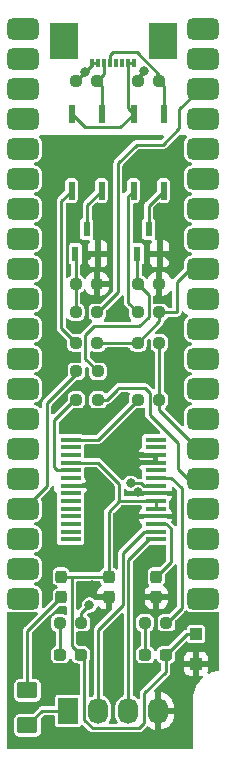
<source format=gtl>
G04 #@! TF.GenerationSoftware,KiCad,Pcbnew,(6.0.10)*
G04 #@! TF.CreationDate,2023-01-05T11:17:19+01:00*
G04 #@! TF.ProjectId,PIC_Interface,5049435f-496e-4746-9572-666163652e6b,rev?*
G04 #@! TF.SameCoordinates,Original*
G04 #@! TF.FileFunction,Copper,L1,Top*
G04 #@! TF.FilePolarity,Positive*
%FSLAX46Y46*%
G04 Gerber Fmt 4.6, Leading zero omitted, Abs format (unit mm)*
G04 Created by KiCad (PCBNEW (6.0.10)) date 2023-01-05 11:17:19*
%MOMM*%
%LPD*%
G01*
G04 APERTURE LIST*
G04 Aperture macros list*
%AMRoundRect*
0 Rectangle with rounded corners*
0 $1 Rounding radius*
0 $2 $3 $4 $5 $6 $7 $8 $9 X,Y pos of 4 corners*
0 Add a 4 corners polygon primitive as box body*
4,1,4,$2,$3,$4,$5,$6,$7,$8,$9,$2,$3,0*
0 Add four circle primitives for the rounded corners*
1,1,$1+$1,$2,$3*
1,1,$1+$1,$4,$5*
1,1,$1+$1,$6,$7*
1,1,$1+$1,$8,$9*
0 Add four rect primitives between the rounded corners*
20,1,$1+$1,$2,$3,$4,$5,0*
20,1,$1+$1,$4,$5,$6,$7,0*
20,1,$1+$1,$6,$7,$8,$9,0*
20,1,$1+$1,$8,$9,$2,$3,0*%
G04 Aperture macros list end*
G04 #@! TA.AperFunction,SMDPad,CuDef*
%ADD10R,1.000000X1.000000*%
G04 #@! TD*
G04 #@! TA.AperFunction,SMDPad,CuDef*
%ADD11RoundRect,0.237500X-0.250000X-0.237500X0.250000X-0.237500X0.250000X0.237500X-0.250000X0.237500X0*%
G04 #@! TD*
G04 #@! TA.AperFunction,SMDPad,CuDef*
%ADD12RoundRect,0.237500X0.250000X0.237500X-0.250000X0.237500X-0.250000X-0.237500X0.250000X-0.237500X0*%
G04 #@! TD*
G04 #@! TA.AperFunction,SMDPad,CuDef*
%ADD13RoundRect,0.237500X-0.287500X-0.237500X0.287500X-0.237500X0.287500X0.237500X-0.287500X0.237500X0*%
G04 #@! TD*
G04 #@! TA.AperFunction,SMDPad,CuDef*
%ADD14R,0.300000X0.800000*%
G04 #@! TD*
G04 #@! TA.AperFunction,SMDPad,CuDef*
%ADD15R,2.400000X3.050000*%
G04 #@! TD*
G04 #@! TA.AperFunction,ComponentPad*
%ADD16O,1.700000X2.200000*%
G04 #@! TD*
G04 #@! TA.AperFunction,ComponentPad*
%ADD17R,1.700000X2.200000*%
G04 #@! TD*
G04 #@! TA.AperFunction,SMDPad,CuDef*
%ADD18RoundRect,0.237500X-0.237500X0.287500X-0.237500X-0.287500X0.237500X-0.287500X0.237500X0.287500X0*%
G04 #@! TD*
G04 #@! TA.AperFunction,SMDPad,CuDef*
%ADD19R,0.600000X1.300000*%
G04 #@! TD*
G04 #@! TA.AperFunction,SMDPad,CuDef*
%ADD20RoundRect,0.237500X-0.237500X0.300000X-0.237500X-0.300000X0.237500X-0.300000X0.237500X0.300000X0*%
G04 #@! TD*
G04 #@! TA.AperFunction,ComponentPad*
%ADD21RoundRect,0.450000X-0.900000X-0.450000X0.900000X-0.450000X0.900000X0.450000X-0.900000X0.450000X0*%
G04 #@! TD*
G04 #@! TA.AperFunction,SMDPad,CuDef*
%ADD22R,1.750000X0.450000*%
G04 #@! TD*
G04 #@! TA.AperFunction,SMDPad,CuDef*
%ADD23RoundRect,0.137500X0.137500X-0.662500X0.137500X0.662500X-0.137500X0.662500X-0.137500X-0.662500X0*%
G04 #@! TD*
G04 #@! TA.AperFunction,SMDPad,CuDef*
%ADD24RoundRect,0.250001X0.624999X-0.462499X0.624999X0.462499X-0.624999X0.462499X-0.624999X-0.462499X0*%
G04 #@! TD*
G04 #@! TA.AperFunction,ViaPad*
%ADD25C,0.800000*%
G04 #@! TD*
G04 #@! TA.AperFunction,Conductor*
%ADD26C,0.250000*%
G04 #@! TD*
G04 APERTURE END LIST*
D10*
X150000000Y-118250000D03*
X150000000Y-120750000D03*
D11*
X145087500Y-88600000D03*
X146912500Y-88600000D03*
D12*
X146912500Y-71450000D03*
X145087500Y-71450000D03*
X141712500Y-98400000D03*
X139887500Y-98400000D03*
D13*
X138525000Y-120000000D03*
X140275000Y-120000000D03*
D12*
X141662500Y-91000000D03*
X139837500Y-91000000D03*
X141662500Y-93600000D03*
X139837500Y-93600000D03*
X146912500Y-91000000D03*
X145087500Y-91000000D03*
D11*
X139887500Y-96000000D03*
X141712500Y-96000000D03*
D14*
X144750000Y-69925000D03*
X144250000Y-69925000D03*
X143750000Y-69925000D03*
X143250000Y-69925000D03*
X142750000Y-69925000D03*
X142250000Y-69925000D03*
X141750000Y-69925000D03*
X141250000Y-69925000D03*
D15*
X147200000Y-68000000D03*
X138800000Y-68000000D03*
D11*
X140312500Y-117300000D03*
X138487500Y-117300000D03*
X145087500Y-98400000D03*
X146912500Y-98400000D03*
D16*
X146810000Y-124750000D03*
X144270000Y-124750000D03*
X141730000Y-124750000D03*
D17*
X139190000Y-124750000D03*
D18*
X138600000Y-113375000D03*
X138600000Y-115125000D03*
D19*
X145050000Y-86050000D03*
X146950000Y-86050000D03*
X146000000Y-83950000D03*
D12*
X141662500Y-71450000D03*
X139837500Y-71450000D03*
D20*
X142625000Y-113387500D03*
X142625000Y-115112500D03*
X146650000Y-113387500D03*
X146650000Y-115112500D03*
D11*
X139837500Y-88600000D03*
X141662500Y-88600000D03*
D21*
X150615000Y-67000000D03*
X150615000Y-69540000D03*
X150615000Y-72080000D03*
X150615000Y-74620000D03*
X150615000Y-77160000D03*
X150615000Y-79700000D03*
X150615000Y-82240000D03*
X150615000Y-84780000D03*
X150615000Y-87320000D03*
X150615000Y-89860000D03*
X150615000Y-92400000D03*
X150615000Y-94940000D03*
X150615000Y-97480000D03*
X150615000Y-100020000D03*
X150615000Y-102560000D03*
X150615000Y-105100000D03*
X150615000Y-107640000D03*
X150615000Y-110180000D03*
X150615000Y-112720000D03*
X150615000Y-115260000D03*
X135375000Y-115260000D03*
X135375000Y-112720000D03*
X135375000Y-110180000D03*
X135375000Y-107640000D03*
X135375000Y-105100000D03*
X135375000Y-102560000D03*
X135375000Y-100020000D03*
X135375000Y-97480000D03*
X135375000Y-94940000D03*
X135375000Y-92400000D03*
X135375000Y-89860000D03*
X135375000Y-87320000D03*
X135375000Y-84780000D03*
X135375000Y-82240000D03*
X135375000Y-79700000D03*
X135375000Y-77160000D03*
X135375000Y-74620000D03*
X135375000Y-72080000D03*
X135375000Y-69540000D03*
X135375000Y-67000000D03*
D12*
X146912500Y-93600000D03*
X145087500Y-93600000D03*
D13*
X145725000Y-120000000D03*
X147475000Y-120000000D03*
D12*
X145687500Y-117300000D03*
X147512500Y-117300000D03*
D22*
X139400000Y-101775000D03*
X139400000Y-102425000D03*
X139400000Y-103075000D03*
X139400000Y-103725000D03*
X139400000Y-104375000D03*
X139400000Y-105025000D03*
X139400000Y-105675000D03*
X139400000Y-106325000D03*
X139400000Y-106975000D03*
X139400000Y-107625000D03*
X139400000Y-108275000D03*
X139400000Y-108925000D03*
X139400000Y-109575000D03*
X139400000Y-110225000D03*
X146600000Y-110225000D03*
X146600000Y-109575000D03*
X146600000Y-108925000D03*
X146600000Y-108275000D03*
X146600000Y-107625000D03*
X146600000Y-106975000D03*
X146600000Y-106325000D03*
X146600000Y-105675000D03*
X146600000Y-105025000D03*
X146600000Y-104375000D03*
X146600000Y-103725000D03*
X146600000Y-103075000D03*
X146600000Y-102425000D03*
X146600000Y-101775000D03*
D23*
X139480000Y-80700000D03*
X142020000Y-80700000D03*
X142020000Y-74200000D03*
X139480000Y-74200000D03*
D19*
X139800000Y-86050000D03*
X141700000Y-86050000D03*
X140750000Y-83950000D03*
D23*
X144730000Y-80700000D03*
X147270000Y-80700000D03*
X147270000Y-74200000D03*
X144730000Y-74200000D03*
D24*
X135750000Y-123012500D03*
X135750000Y-125987500D03*
D25*
X137300000Y-121300000D03*
X143200000Y-118500000D03*
X145300000Y-114300000D03*
X140800000Y-118500000D03*
X137000000Y-118700000D03*
X138500000Y-126900000D03*
X144500966Y-105480237D03*
X141000000Y-115800000D03*
X146900000Y-111300000D03*
X148200000Y-78000000D03*
X141000000Y-105600000D03*
X145000000Y-103800000D03*
X142800000Y-91050000D03*
X138000000Y-111800000D03*
X141200000Y-110600000D03*
X141400000Y-102800000D03*
X148200000Y-87000000D03*
X143200000Y-99000000D03*
X137800000Y-94800000D03*
X148600000Y-96200000D03*
X140800000Y-86200000D03*
X144600000Y-107800000D03*
X141025000Y-77325000D03*
X145137911Y-106250500D03*
X143300000Y-96200000D03*
X141200000Y-114112000D03*
X140643750Y-70643750D03*
X145587701Y-70612299D03*
D26*
X149225000Y-118250000D02*
X150000000Y-118250000D01*
X147475000Y-120000000D02*
X149225000Y-118250000D01*
X135750000Y-125987500D02*
X136987500Y-124750000D01*
X136987500Y-124750000D02*
X139190000Y-124750000D01*
X140275000Y-120000000D02*
X139500000Y-119225000D01*
X139500000Y-113475000D02*
X139587500Y-113387500D01*
X139500000Y-119225000D02*
X139500000Y-113475000D01*
X142625000Y-113387500D02*
X139587500Y-113387500D01*
X139587500Y-113387500D02*
X138612500Y-113387500D01*
X146600000Y-106975000D02*
X144975000Y-106975000D01*
X146600000Y-107625000D02*
X146600000Y-106975000D01*
X142625000Y-107875000D02*
X143500000Y-107000000D01*
X142625000Y-110175000D02*
X142625000Y-107875000D01*
X141725000Y-103725000D02*
X139400000Y-103725000D01*
X144975000Y-106975000D02*
X143525000Y-106975000D01*
X142625000Y-111175000D02*
X142625000Y-110175000D01*
X143525000Y-106975000D02*
X143500000Y-107000000D01*
X138612500Y-113387500D02*
X138600000Y-113375000D01*
X143500000Y-105500000D02*
X141725000Y-103725000D01*
X142625000Y-113387500D02*
X142625000Y-111175000D01*
X143500000Y-107000000D02*
X143500000Y-105500000D01*
X140275000Y-120000000D02*
X140555000Y-120280000D01*
X140555000Y-120280000D02*
X140555000Y-125486701D01*
X145200000Y-126200000D02*
X145635000Y-125765000D01*
X145635000Y-123265000D02*
X147475000Y-121425000D01*
X145635000Y-125765000D02*
X145635000Y-123265000D01*
X140555000Y-125486701D02*
X141268299Y-126200000D01*
X141268299Y-126200000D02*
X145200000Y-126200000D01*
X147475000Y-121425000D02*
X147475000Y-120000000D01*
X135750000Y-117975000D02*
X138600000Y-115125000D01*
X135750000Y-123012500D02*
X135750000Y-117975000D01*
X141730000Y-124750000D02*
X141730000Y-117890000D01*
X141730000Y-117890000D02*
X143820000Y-115800000D01*
X143820000Y-111380000D02*
X145625000Y-109575000D01*
X145625000Y-109575000D02*
X146600000Y-109575000D01*
X143820000Y-115800000D02*
X143820000Y-111380000D01*
X146025000Y-110225000D02*
X144270000Y-111980000D01*
X146600000Y-110225000D02*
X146025000Y-110225000D01*
X144270000Y-124750000D02*
X144270000Y-111980000D01*
X145392953Y-105480237D02*
X144500966Y-105480237D01*
X145587716Y-105675000D02*
X145392953Y-105480237D01*
X146600000Y-105675000D02*
X145587716Y-105675000D01*
X145212411Y-106325000D02*
X146600000Y-106325000D01*
X145137911Y-106250500D02*
X145212411Y-106325000D01*
X140312500Y-116487500D02*
X141000000Y-115800000D01*
X140312500Y-117200000D02*
X140312500Y-116487500D01*
X147621016Y-117200000D02*
X148790000Y-116031016D01*
X147512500Y-117200000D02*
X147621016Y-117200000D01*
X145725000Y-120000000D02*
X145725000Y-117237500D01*
X138525000Y-120000000D02*
X138525000Y-117237500D01*
X147515000Y-108925000D02*
X146600000Y-108925000D01*
X147890000Y-112147500D02*
X147890000Y-109300000D01*
X146650000Y-113387500D02*
X147890000Y-112147500D01*
X147890000Y-109300000D02*
X147515000Y-108925000D01*
X146950000Y-86050000D02*
X147250000Y-86050000D01*
X145075000Y-103725000D02*
X145000000Y-103800000D01*
X147250000Y-86050000D02*
X148200000Y-87000000D01*
X146600000Y-103725000D02*
X145075000Y-103725000D01*
X146600000Y-108275000D02*
X145075000Y-108275000D01*
X145075000Y-108275000D02*
X144600000Y-107800000D01*
X140950000Y-86050000D02*
X140800000Y-86200000D01*
X139400000Y-105675000D02*
X140925000Y-105675000D01*
X140925000Y-105675000D02*
X141000000Y-105600000D01*
X141700000Y-86050000D02*
X140950000Y-86050000D01*
X144750000Y-69925000D02*
X144250000Y-69925000D01*
X143605000Y-75325000D02*
X144730000Y-74200000D01*
X139480000Y-74200000D02*
X140605000Y-75325000D01*
X144250000Y-73720000D02*
X144730000Y-74200000D01*
X140605000Y-75325000D02*
X143605000Y-75325000D01*
X144250000Y-69925000D02*
X144250000Y-73720000D01*
X146912500Y-70912500D02*
X145000000Y-69000000D01*
X142975000Y-69000000D02*
X142750000Y-69225000D01*
X145000000Y-69000000D02*
X142975000Y-69000000D01*
X146912500Y-71450000D02*
X146912500Y-70912500D01*
X142750000Y-69225000D02*
X142750000Y-69925000D01*
X147270000Y-71807500D02*
X146912500Y-71450000D01*
X147270000Y-74200000D02*
X147270000Y-71807500D01*
X142250000Y-70862500D02*
X141662500Y-71450000D01*
X142020000Y-71807500D02*
X141662500Y-71450000D01*
X142250000Y-69925000D02*
X142250000Y-70862500D01*
X142020000Y-74250000D02*
X142020000Y-71807500D01*
X141750000Y-69925000D02*
X141250000Y-69925000D01*
X140643750Y-70643750D02*
X139837500Y-71450000D01*
X145087500Y-71450000D02*
X145087500Y-71112500D01*
X145087500Y-71112500D02*
X145587701Y-70612299D01*
X141250000Y-70037500D02*
X140643750Y-70643750D01*
X141250000Y-69925000D02*
X141250000Y-70037500D01*
X146000000Y-81970000D02*
X147270000Y-80700000D01*
X146000000Y-83950000D02*
X146000000Y-81970000D01*
X145087500Y-88600000D02*
X145050000Y-88562500D01*
X146000000Y-91400000D02*
X146000000Y-89512500D01*
X141400000Y-92200000D02*
X145200000Y-92200000D01*
X141712500Y-96000000D02*
X140650000Y-94937500D01*
X140650000Y-92950000D02*
X141400000Y-92200000D01*
X145050000Y-88562500D02*
X145050000Y-86050000D01*
X146000000Y-89512500D02*
X145087500Y-88600000D01*
X140650000Y-94937500D02*
X140650000Y-92950000D01*
X145200000Y-92200000D02*
X146000000Y-91400000D01*
X140800000Y-81920000D02*
X142020000Y-80700000D01*
X140800000Y-83950000D02*
X140800000Y-81920000D01*
X139850000Y-90962500D02*
X139850000Y-86050000D01*
X150222500Y-102560000D02*
X146912500Y-99250000D01*
X146912500Y-93600000D02*
X146912500Y-99250000D01*
X150615000Y-102560000D02*
X150222500Y-102560000D01*
X148400000Y-91000000D02*
X148400000Y-88400000D01*
X146912500Y-91000000D02*
X148400000Y-91000000D01*
X141662500Y-93600000D02*
X145087500Y-93600000D01*
X149480000Y-87320000D02*
X150615000Y-87320000D01*
X146912500Y-91775000D02*
X145087500Y-93600000D01*
X148400000Y-88400000D02*
X149480000Y-87320000D01*
X146912500Y-91000000D02*
X146912500Y-91775000D01*
X141712500Y-101775000D02*
X145087500Y-98400000D01*
X139400000Y-101775000D02*
X141712500Y-101775000D01*
X148500000Y-102100000D02*
X148500000Y-104250000D01*
X146100000Y-99700000D02*
X148500000Y-102100000D01*
X150615000Y-105100000D02*
X149350000Y-105100000D01*
X145700000Y-97400000D02*
X145950000Y-97650000D01*
X145950000Y-97650000D02*
X146100000Y-97800000D01*
X142450000Y-98400000D02*
X143300000Y-97550000D01*
X145300000Y-97400000D02*
X145700000Y-97400000D01*
X146100000Y-97800000D02*
X146100000Y-99650000D01*
X146100000Y-99650000D02*
X146100000Y-99700000D01*
X143450000Y-97400000D02*
X145300000Y-97400000D01*
X149350000Y-105100000D02*
X148500000Y-104250000D01*
X143300000Y-97550000D02*
X143450000Y-97400000D01*
X141712500Y-98400000D02*
X142450000Y-98400000D01*
X138000000Y-100150000D02*
X139550000Y-98600000D01*
X138275000Y-104375000D02*
X138000000Y-104100000D01*
X138000000Y-104100000D02*
X138000000Y-100150000D01*
X139400000Y-104375000D02*
X138275000Y-104375000D01*
X148790000Y-105903604D02*
X147911396Y-105025000D01*
X148790000Y-116031016D02*
X148790000Y-105903604D01*
X147911396Y-105025000D02*
X146600000Y-105025000D01*
X145087500Y-91000000D02*
X144275000Y-90187500D01*
X144275000Y-81155000D02*
X144730000Y-80700000D01*
X144275000Y-90187500D02*
X144275000Y-81155000D01*
X138600000Y-92362500D02*
X138600000Y-81580000D01*
X139837500Y-93600000D02*
X138600000Y-92362500D01*
X138600000Y-81580000D02*
X139480000Y-80700000D01*
X137400000Y-98687500D02*
X139887500Y-96200000D01*
X137400000Y-105671016D02*
X137400000Y-98687500D01*
X135431016Y-107640000D02*
X137400000Y-105671016D01*
X135375000Y-107640000D02*
X135431016Y-107640000D01*
X141712500Y-91000000D02*
X143400000Y-89312500D01*
X143400000Y-89312500D02*
X143400000Y-78400000D01*
X145000000Y-76800000D02*
X147200000Y-76800000D01*
X147200000Y-76800000D02*
X148600000Y-75400000D01*
X143400000Y-78400000D02*
X145000000Y-76800000D01*
X148600000Y-73800000D02*
X150320000Y-72080000D01*
X150320000Y-72080000D02*
X150615000Y-72080000D01*
X148600000Y-75400000D02*
X148600000Y-73800000D01*
G04 #@! TA.AperFunction,Conductor*
G36*
X147452621Y-110724501D02*
G01*
X147499114Y-110778157D01*
X147510500Y-110830499D01*
X147510500Y-111938114D01*
X147490498Y-112006235D01*
X147473596Y-112027209D01*
X146942211Y-112558595D01*
X146879898Y-112592620D01*
X146853115Y-112595500D01*
X146365930Y-112595500D01*
X146305764Y-112602036D01*
X146270500Y-112615256D01*
X146182205Y-112648356D01*
X146182202Y-112648357D01*
X146173801Y-112651507D01*
X146061026Y-112736026D01*
X145976507Y-112848801D01*
X145927036Y-112980764D01*
X145920500Y-113040930D01*
X145920500Y-113734070D01*
X145927036Y-113794236D01*
X145929810Y-113801635D01*
X145963262Y-113890867D01*
X145976507Y-113926199D01*
X145981889Y-113933381D01*
X145981890Y-113933382D01*
X146036939Y-114006835D01*
X146061786Y-114073342D01*
X146046732Y-114142724D01*
X146002414Y-114189544D01*
X145952508Y-114220427D01*
X145941110Y-114229460D01*
X145828637Y-114342129D01*
X145819625Y-114353540D01*
X145736088Y-114489063D01*
X145729944Y-114502241D01*
X145679685Y-114653766D01*
X145676819Y-114667132D01*
X145667328Y-114759770D01*
X145667000Y-114766185D01*
X145667000Y-114840385D01*
X145671475Y-114855624D01*
X145672865Y-114856829D01*
X145680548Y-114858500D01*
X147614885Y-114858500D01*
X147630124Y-114854025D01*
X147631329Y-114852635D01*
X147633000Y-114844952D01*
X147633000Y-114766234D01*
X147632663Y-114759718D01*
X147622925Y-114665868D01*
X147620032Y-114652472D01*
X147569512Y-114501047D01*
X147563347Y-114487885D01*
X147479574Y-114352508D01*
X147470540Y-114341110D01*
X147357871Y-114228637D01*
X147346457Y-114219623D01*
X147297796Y-114189628D01*
X147250302Y-114136856D01*
X147238878Y-114066785D01*
X147263084Y-114006804D01*
X147318110Y-113933382D01*
X147318111Y-113933381D01*
X147323493Y-113926199D01*
X147336739Y-113890867D01*
X147370190Y-113801635D01*
X147372964Y-113794236D01*
X147379500Y-113734070D01*
X147379500Y-113246884D01*
X147399502Y-113178763D01*
X147416405Y-113157789D01*
X148120216Y-112453978D01*
X148138964Y-112438836D01*
X148140189Y-112437721D01*
X148148940Y-112432071D01*
X148155387Y-112423893D01*
X148155389Y-112423891D01*
X148169729Y-112405700D01*
X148173675Y-112401259D01*
X148173602Y-112401197D01*
X148176960Y-112397234D01*
X148180638Y-112393556D01*
X148183662Y-112389324D01*
X148187021Y-112385360D01*
X148188468Y-112386586D01*
X148237876Y-112347872D01*
X148308562Y-112341247D01*
X148371610Y-112373890D01*
X148407000Y-112435437D01*
X148410500Y-112464928D01*
X148410500Y-115821632D01*
X148390498Y-115889753D01*
X148373595Y-115910727D01*
X147750727Y-116533595D01*
X147688415Y-116567621D01*
X147661632Y-116570500D01*
X147215930Y-116570500D01*
X147155764Y-116577036D01*
X147133000Y-116585570D01*
X147032205Y-116623356D01*
X147032202Y-116623357D01*
X147023801Y-116626507D01*
X146911026Y-116711026D01*
X146826507Y-116823801D01*
X146777036Y-116955764D01*
X146770500Y-117015930D01*
X146770500Y-117584070D01*
X146777036Y-117644236D01*
X146789696Y-117678006D01*
X146815586Y-117747067D01*
X146826507Y-117776199D01*
X146911026Y-117888974D01*
X147023801Y-117973493D01*
X147032202Y-117976643D01*
X147032205Y-117976644D01*
X147088730Y-117997834D01*
X147155764Y-118022964D01*
X147215930Y-118029500D01*
X147809070Y-118029500D01*
X147869236Y-118022964D01*
X147936270Y-117997834D01*
X147992795Y-117976644D01*
X147992798Y-117976643D01*
X148001199Y-117973493D01*
X148113974Y-117888974D01*
X148198493Y-117776199D01*
X148209415Y-117747067D01*
X148235304Y-117678006D01*
X148247964Y-117644236D01*
X148254500Y-117584070D01*
X148254500Y-117155400D01*
X148274502Y-117087279D01*
X148291405Y-117066305D01*
X149020216Y-116337494D01*
X149038964Y-116322352D01*
X149040189Y-116321237D01*
X149048940Y-116315587D01*
X149055387Y-116307409D01*
X149055389Y-116307407D01*
X149069729Y-116289216D01*
X149073678Y-116284772D01*
X149073604Y-116284710D01*
X149076957Y-116280753D01*
X149080638Y-116277072D01*
X149083662Y-116272841D01*
X149085935Y-116270158D01*
X149145234Y-116231118D01*
X149216227Y-116230335D01*
X149265253Y-116259059D01*
X149265761Y-116258411D01*
X149270534Y-116262154D01*
X149271159Y-116262520D01*
X149277106Y-116268467D01*
X149350032Y-116312633D01*
X149415965Y-116352563D01*
X149422959Y-116356799D01*
X149430206Y-116359070D01*
X149430208Y-116359071D01*
X149579286Y-116405789D01*
X149579288Y-116405789D01*
X149585672Y-116407790D01*
X149658694Y-116414500D01*
X151571306Y-116414500D01*
X151644328Y-116407790D01*
X151650712Y-116405789D01*
X151650714Y-116405789D01*
X151799789Y-116359072D01*
X151799792Y-116359071D01*
X151807041Y-116356799D01*
X151813539Y-116352864D01*
X151817651Y-116351007D01*
X151887968Y-116341206D01*
X151952422Y-116370977D01*
X151990548Y-116430867D01*
X151995500Y-116465845D01*
X151995500Y-121236424D01*
X151975498Y-121304545D01*
X151921842Y-121351038D01*
X151892214Y-121360360D01*
X151649540Y-121404831D01*
X151645908Y-121405963D01*
X151645907Y-121405963D01*
X151602898Y-121419365D01*
X151360271Y-121494970D01*
X151356801Y-121496532D01*
X151356795Y-121496534D01*
X151143508Y-121592527D01*
X151073180Y-121602245D01*
X151008762Y-121572398D01*
X150970707Y-121512462D01*
X150971097Y-121441466D01*
X150973814Y-121433399D01*
X150998478Y-121367609D01*
X151002105Y-121352351D01*
X151007631Y-121301486D01*
X151008000Y-121294672D01*
X151008000Y-121022115D01*
X151003525Y-121006876D01*
X151002135Y-121005671D01*
X150994452Y-121004000D01*
X150272115Y-121004000D01*
X150256876Y-121008475D01*
X150255671Y-121009865D01*
X150254000Y-121017548D01*
X150254000Y-121739884D01*
X150258475Y-121755123D01*
X150259865Y-121756328D01*
X150267548Y-121757999D01*
X150486912Y-121757999D01*
X150555033Y-121778001D01*
X150601526Y-121831657D01*
X150611630Y-121901931D01*
X150582136Y-121966511D01*
X150576008Y-121973094D01*
X150371932Y-122177169D01*
X150369590Y-122180159D01*
X150369585Y-122180164D01*
X150265014Y-122313639D01*
X150185073Y-122415676D01*
X150028325Y-122674966D01*
X149903974Y-122951261D01*
X149813834Y-123240529D01*
X149813150Y-123244263D01*
X149813148Y-123244270D01*
X149762112Y-123522755D01*
X149759217Y-123538554D01*
X149758988Y-123542342D01*
X149758987Y-123542349D01*
X149747342Y-123734851D01*
X149741100Y-123838041D01*
X149740514Y-123840989D01*
X149742934Y-123853155D01*
X149742934Y-123853156D01*
X149743079Y-123853883D01*
X149745500Y-123878465D01*
X149745500Y-127869500D01*
X149725498Y-127937621D01*
X149671842Y-127984114D01*
X149619500Y-127995500D01*
X134130500Y-127995500D01*
X134062379Y-127975498D01*
X134015886Y-127921842D01*
X134004500Y-127869500D01*
X134004500Y-116470360D01*
X134024502Y-116402239D01*
X134078158Y-116355746D01*
X134148432Y-116345642D01*
X134179462Y-116354681D01*
X134182959Y-116356799D01*
X134190206Y-116359070D01*
X134190208Y-116359071D01*
X134339286Y-116405789D01*
X134339288Y-116405789D01*
X134345672Y-116407790D01*
X134418694Y-116414500D01*
X136331306Y-116414500D01*
X136404328Y-116407790D01*
X136410712Y-116405789D01*
X136410714Y-116405789D01*
X136462708Y-116389495D01*
X136533693Y-116388211D01*
X136594104Y-116425508D01*
X136624760Y-116489545D01*
X136615928Y-116559990D01*
X136589482Y-116598824D01*
X135519784Y-117668522D01*
X135501036Y-117683664D01*
X135499811Y-117684779D01*
X135491060Y-117690429D01*
X135484613Y-117698607D01*
X135484611Y-117698609D01*
X135470271Y-117716800D01*
X135466325Y-117721241D01*
X135466398Y-117721303D01*
X135463039Y-117725267D01*
X135459362Y-117728944D01*
X135448108Y-117744692D01*
X135444602Y-117749362D01*
X135412844Y-117789647D01*
X135409812Y-117798281D01*
X135404486Y-117805734D01*
X135393707Y-117841778D01*
X135389799Y-117854844D01*
X135387964Y-117860492D01*
X135375623Y-117895635D01*
X135370982Y-117908851D01*
X135370500Y-117914416D01*
X135370500Y-117917124D01*
X135370386Y-117919758D01*
X135370357Y-117919856D01*
X135370193Y-117919849D01*
X135370149Y-117920553D01*
X135368287Y-117926778D01*
X135369342Y-117953635D01*
X135370403Y-117980635D01*
X135370500Y-117985582D01*
X135370500Y-121919501D01*
X135350498Y-121987622D01*
X135296842Y-122034115D01*
X135244500Y-122045501D01*
X135077246Y-122045501D01*
X135073852Y-122045870D01*
X135073846Y-122045870D01*
X135023411Y-122051348D01*
X135023407Y-122051349D01*
X135015553Y-122052202D01*
X134880236Y-122102929D01*
X134873057Y-122108309D01*
X134873054Y-122108311D01*
X134785023Y-122174287D01*
X134764596Y-122189596D01*
X134759215Y-122196776D01*
X134683311Y-122298054D01*
X134683309Y-122298057D01*
X134677929Y-122305236D01*
X134627202Y-122440553D01*
X134620500Y-122502245D01*
X134620501Y-123522754D01*
X134620870Y-123526148D01*
X134620870Y-123526154D01*
X134625527Y-123569025D01*
X134627202Y-123584447D01*
X134677929Y-123719764D01*
X134683309Y-123726943D01*
X134683311Y-123726946D01*
X134744065Y-123808010D01*
X134764596Y-123835404D01*
X134771776Y-123840785D01*
X134873054Y-123916689D01*
X134873057Y-123916691D01*
X134880236Y-123922071D01*
X134888639Y-123925221D01*
X135008158Y-123970026D01*
X135008159Y-123970026D01*
X135015553Y-123972798D01*
X135023403Y-123973651D01*
X135023404Y-123973651D01*
X135073839Y-123979130D01*
X135077245Y-123979500D01*
X135749901Y-123979500D01*
X136422754Y-123979499D01*
X136426148Y-123979130D01*
X136426154Y-123979130D01*
X136476589Y-123973652D01*
X136476593Y-123973651D01*
X136484447Y-123972798D01*
X136619764Y-123922071D01*
X136626943Y-123916691D01*
X136626946Y-123916689D01*
X136728224Y-123840785D01*
X136735404Y-123835404D01*
X136755935Y-123808010D01*
X136816689Y-123726946D01*
X136816691Y-123726943D01*
X136822071Y-123719764D01*
X136845738Y-123656630D01*
X136870026Y-123591842D01*
X136870026Y-123591841D01*
X136872798Y-123584447D01*
X136879500Y-123522755D01*
X136879499Y-122502246D01*
X136872798Y-122440553D01*
X136822071Y-122305236D01*
X136816691Y-122298057D01*
X136816689Y-122298054D01*
X136740785Y-122196776D01*
X136735404Y-122189596D01*
X136714977Y-122174287D01*
X136626946Y-122108311D01*
X136626943Y-122108309D01*
X136619764Y-122102929D01*
X136578442Y-122087438D01*
X136491842Y-122054974D01*
X136491841Y-122054974D01*
X136484447Y-122052202D01*
X136476597Y-122051349D01*
X136476596Y-122051349D01*
X136426152Y-122045869D01*
X136426151Y-122045869D01*
X136422755Y-122045500D01*
X136255500Y-122045500D01*
X136187379Y-122025498D01*
X136140886Y-121971842D01*
X136129500Y-121919500D01*
X136129500Y-118184384D01*
X136149502Y-118116263D01*
X136166405Y-118095289D01*
X137638604Y-116623090D01*
X137700916Y-116589064D01*
X137771731Y-116594129D01*
X137772630Y-116594802D01*
X137761501Y-116543779D01*
X137786275Y-116477245D01*
X137798090Y-116463604D01*
X138320289Y-115941405D01*
X138382601Y-115907379D01*
X138409384Y-115904500D01*
X138884070Y-115904500D01*
X138944236Y-115897964D01*
X138951636Y-115895190D01*
X138959320Y-115893363D01*
X138959712Y-115895011D01*
X139021078Y-115890519D01*
X139083447Y-115924441D01*
X139117576Y-115986696D01*
X139120500Y-116013684D01*
X139120500Y-116498805D01*
X139100498Y-116566926D01*
X139046842Y-116613419D01*
X138976568Y-116623523D01*
X138950273Y-116616788D01*
X138844236Y-116577036D01*
X138784070Y-116570500D01*
X138190930Y-116570500D01*
X138130764Y-116577036D01*
X138108000Y-116585570D01*
X138007205Y-116623356D01*
X138007202Y-116623357D01*
X137998801Y-116626507D01*
X137991619Y-116631889D01*
X137991618Y-116631890D01*
X137962749Y-116653526D01*
X137896243Y-116678373D01*
X137839530Y-116666069D01*
X137853378Y-116703196D01*
X137838287Y-116772570D01*
X137828526Y-116787749D01*
X137806890Y-116816618D01*
X137806889Y-116816619D01*
X137801507Y-116823801D01*
X137752036Y-116955764D01*
X137745500Y-117015930D01*
X137745500Y-117584070D01*
X137752036Y-117644236D01*
X137764696Y-117678006D01*
X137790586Y-117747067D01*
X137801507Y-117776199D01*
X137886026Y-117888974D01*
X137998801Y-117973493D01*
X138007202Y-117976643D01*
X138007205Y-117976644D01*
X138063730Y-117997834D01*
X138120494Y-118040476D01*
X138145194Y-118107037D01*
X138145500Y-118115816D01*
X138145500Y-119184184D01*
X138125498Y-119252305D01*
X138071842Y-119298798D01*
X138063730Y-119302166D01*
X138007205Y-119323356D01*
X138007202Y-119323357D01*
X137998801Y-119326507D01*
X137886026Y-119411026D01*
X137801507Y-119523801D01*
X137752036Y-119655764D01*
X137745500Y-119715930D01*
X137745500Y-120284070D01*
X137752036Y-120344236D01*
X137801507Y-120476199D01*
X137886026Y-120588974D01*
X137998801Y-120673493D01*
X138007202Y-120676643D01*
X138007205Y-120676644D01*
X138063730Y-120697834D01*
X138130764Y-120722964D01*
X138190930Y-120729500D01*
X138859070Y-120729500D01*
X138919236Y-120722964D01*
X138986270Y-120697834D01*
X139042795Y-120676644D01*
X139042798Y-120676643D01*
X139051199Y-120673493D01*
X139163974Y-120588974D01*
X139248493Y-120476199D01*
X139282018Y-120386772D01*
X139324660Y-120330008D01*
X139391221Y-120305308D01*
X139460570Y-120320516D01*
X139510688Y-120370802D01*
X139517982Y-120386772D01*
X139551507Y-120476199D01*
X139636026Y-120588974D01*
X139748801Y-120673493D01*
X139757202Y-120676643D01*
X139757205Y-120676644D01*
X139813730Y-120697834D01*
X139880764Y-120722964D01*
X139940930Y-120729500D01*
X140049500Y-120729500D01*
X140117621Y-120749502D01*
X140164114Y-120803158D01*
X140175500Y-120855500D01*
X140175500Y-123269500D01*
X140155498Y-123337621D01*
X140101842Y-123384114D01*
X140049500Y-123395500D01*
X138812800Y-123395501D01*
X138314934Y-123395501D01*
X138279182Y-123402612D01*
X138252874Y-123407844D01*
X138252872Y-123407845D01*
X138240699Y-123410266D01*
X138230379Y-123417161D01*
X138230378Y-123417162D01*
X138194372Y-123441221D01*
X138156516Y-123466516D01*
X138149623Y-123476832D01*
X138110304Y-123535677D01*
X138100266Y-123550699D01*
X138085500Y-123624933D01*
X138085500Y-124244500D01*
X138065498Y-124312621D01*
X138011842Y-124359114D01*
X137959500Y-124370500D01*
X137041420Y-124370500D01*
X137017473Y-124367951D01*
X137015807Y-124367872D01*
X137005624Y-124365680D01*
X136995282Y-124366904D01*
X136995279Y-124366904D01*
X136972287Y-124369626D01*
X136966346Y-124369977D01*
X136966354Y-124370072D01*
X136961174Y-124370500D01*
X136955976Y-124370500D01*
X136950854Y-124371353D01*
X136950849Y-124371353D01*
X136936927Y-124373671D01*
X136931050Y-124374508D01*
X136924549Y-124375277D01*
X136890497Y-124379307D01*
X136890495Y-124379308D01*
X136880159Y-124380531D01*
X136871910Y-124384492D01*
X136862874Y-124385996D01*
X136853705Y-124390943D01*
X136853703Y-124390944D01*
X136817740Y-124410348D01*
X136812451Y-124413043D01*
X136773415Y-124431788D01*
X136766268Y-124435220D01*
X136761992Y-124438814D01*
X136760052Y-124440754D01*
X136758141Y-124442507D01*
X136758051Y-124442556D01*
X136757939Y-124442433D01*
X136757404Y-124442905D01*
X136751686Y-124445990D01*
X136744619Y-124453635D01*
X136715084Y-124485586D01*
X136711654Y-124489152D01*
X136217211Y-124983595D01*
X136154899Y-125017621D01*
X136128116Y-125020500D01*
X135145047Y-125020501D01*
X135077246Y-125020501D01*
X135073852Y-125020870D01*
X135073846Y-125020870D01*
X135023411Y-125026348D01*
X135023407Y-125026349D01*
X135015553Y-125027202D01*
X134880236Y-125077929D01*
X134873057Y-125083309D01*
X134873054Y-125083311D01*
X134807583Y-125132379D01*
X134764596Y-125164596D01*
X134759215Y-125171776D01*
X134683311Y-125273054D01*
X134683309Y-125273057D01*
X134677929Y-125280236D01*
X134627202Y-125415553D01*
X134620500Y-125477245D01*
X134620501Y-126497754D01*
X134620870Y-126501148D01*
X134620870Y-126501154D01*
X134626013Y-126548499D01*
X134627202Y-126559447D01*
X134677929Y-126694764D01*
X134683309Y-126701943D01*
X134683311Y-126701946D01*
X134749287Y-126789977D01*
X134764596Y-126810404D01*
X134771776Y-126815785D01*
X134873054Y-126891689D01*
X134873057Y-126891691D01*
X134880236Y-126897071D01*
X134888639Y-126900221D01*
X135008158Y-126945026D01*
X135008159Y-126945026D01*
X135015553Y-126947798D01*
X135023403Y-126948651D01*
X135023404Y-126948651D01*
X135073839Y-126954130D01*
X135077245Y-126954500D01*
X135749901Y-126954500D01*
X136422754Y-126954499D01*
X136426148Y-126954130D01*
X136426154Y-126954130D01*
X136476589Y-126948652D01*
X136476593Y-126948651D01*
X136484447Y-126947798D01*
X136619764Y-126897071D01*
X136626943Y-126891691D01*
X136626946Y-126891689D01*
X136728224Y-126815785D01*
X136735404Y-126810404D01*
X136750713Y-126789977D01*
X136816689Y-126701946D01*
X136816691Y-126701943D01*
X136822071Y-126694764D01*
X136864451Y-126581713D01*
X136870026Y-126566842D01*
X136870026Y-126566841D01*
X136872798Y-126559447D01*
X136875051Y-126538713D01*
X136879131Y-126501152D01*
X136879131Y-126501151D01*
X136879500Y-126497755D01*
X136879499Y-125477246D01*
X136877929Y-125462793D01*
X136890461Y-125392911D01*
X136914098Y-125360096D01*
X137107789Y-125166405D01*
X137170101Y-125132379D01*
X137196884Y-125129500D01*
X137959501Y-125129500D01*
X138027622Y-125149502D01*
X138074115Y-125203158D01*
X138085501Y-125255500D01*
X138085501Y-125875066D01*
X138086940Y-125882301D01*
X138097276Y-125934266D01*
X138100266Y-125949301D01*
X138156516Y-126033484D01*
X138240699Y-126089734D01*
X138314933Y-126104500D01*
X139189858Y-126104500D01*
X140065066Y-126104499D01*
X140100818Y-126097388D01*
X140127126Y-126092156D01*
X140127128Y-126092155D01*
X140139301Y-126089734D01*
X140149621Y-126082839D01*
X140149622Y-126082838D01*
X140213168Y-126040377D01*
X140223484Y-126033484D01*
X140275016Y-125956363D01*
X140329492Y-125910835D01*
X140399935Y-125901988D01*
X140468875Y-125937270D01*
X140961821Y-126430216D01*
X140976963Y-126448964D01*
X140978078Y-126450189D01*
X140983728Y-126458940D01*
X140991906Y-126465387D01*
X140991908Y-126465389D01*
X141010099Y-126479729D01*
X141014540Y-126483675D01*
X141014602Y-126483602D01*
X141018566Y-126486961D01*
X141022243Y-126490638D01*
X141037991Y-126501892D01*
X141042661Y-126505398D01*
X141082946Y-126537156D01*
X141091580Y-126540188D01*
X141099033Y-126545514D01*
X141148149Y-126560203D01*
X141153791Y-126562036D01*
X141194498Y-126576331D01*
X141202150Y-126579018D01*
X141207715Y-126579500D01*
X141210423Y-126579500D01*
X141213057Y-126579614D01*
X141213155Y-126579643D01*
X141213148Y-126579807D01*
X141213852Y-126579851D01*
X141220077Y-126581713D01*
X141273934Y-126579597D01*
X141278881Y-126579500D01*
X145146080Y-126579500D01*
X145170028Y-126582049D01*
X145171693Y-126582128D01*
X145181876Y-126584320D01*
X145192217Y-126583096D01*
X145215223Y-126580373D01*
X145221154Y-126580023D01*
X145221146Y-126579928D01*
X145226324Y-126579500D01*
X145231524Y-126579500D01*
X145236653Y-126578646D01*
X145236656Y-126578646D01*
X145250565Y-126576331D01*
X145256443Y-126575494D01*
X145297001Y-126570694D01*
X145297002Y-126570694D01*
X145307341Y-126569470D01*
X145315593Y-126565507D01*
X145324626Y-126564004D01*
X145333795Y-126559057D01*
X145333797Y-126559056D01*
X145369732Y-126539666D01*
X145375025Y-126536969D01*
X145414082Y-126518215D01*
X145414086Y-126518212D01*
X145421232Y-126514781D01*
X145425508Y-126511186D01*
X145427431Y-126509263D01*
X145429363Y-126507491D01*
X145429442Y-126507448D01*
X145429555Y-126507572D01*
X145430095Y-126507096D01*
X145435814Y-126504010D01*
X145472417Y-126464413D01*
X145475846Y-126460848D01*
X145835111Y-126101583D01*
X145897423Y-126067557D01*
X145968238Y-126072622D01*
X145999418Y-126089588D01*
X146087527Y-126155142D01*
X146096562Y-126160745D01*
X146292484Y-126260357D01*
X146302335Y-126264357D01*
X146512240Y-126329534D01*
X146522624Y-126331817D01*
X146538043Y-126333861D01*
X146552207Y-126331665D01*
X146556000Y-126318478D01*
X146556000Y-126316192D01*
X147064000Y-126316192D01*
X147067973Y-126329723D01*
X147078580Y-126331248D01*
X147196421Y-126306523D01*
X147206617Y-126303463D01*
X147411029Y-126222737D01*
X147420561Y-126218006D01*
X147608462Y-126103984D01*
X147617052Y-126097720D01*
X147783052Y-125953673D01*
X147790472Y-125946042D01*
X147929826Y-125776089D01*
X147935850Y-125767322D01*
X148044576Y-125576318D01*
X148049041Y-125566654D01*
X148124031Y-125360059D01*
X148126802Y-125349792D01*
X148166123Y-125132345D01*
X148167056Y-125124116D01*
X148167930Y-125105598D01*
X148168000Y-125102623D01*
X148168000Y-125022115D01*
X148163525Y-125006876D01*
X148162135Y-125005671D01*
X148154452Y-125004000D01*
X147082115Y-125004000D01*
X147066876Y-125008475D01*
X147065671Y-125009865D01*
X147064000Y-125017548D01*
X147064000Y-126316192D01*
X146556000Y-126316192D01*
X146556000Y-124477885D01*
X147064000Y-124477885D01*
X147068475Y-124493124D01*
X147069865Y-124494329D01*
X147077548Y-124496000D01*
X148149885Y-124496000D01*
X148165124Y-124491525D01*
X148166329Y-124490135D01*
X148168000Y-124482452D01*
X148168000Y-124444794D01*
X148167775Y-124439485D01*
X148153876Y-124275675D01*
X148152086Y-124265203D01*
X148096870Y-124052465D01*
X148093335Y-124042425D01*
X148003063Y-123842030D01*
X147997894Y-123832744D01*
X147875150Y-123650425D01*
X147868481Y-123642130D01*
X147716772Y-123483100D01*
X147708814Y-123476059D01*
X147532475Y-123344859D01*
X147523438Y-123339255D01*
X147327516Y-123239643D01*
X147317665Y-123235643D01*
X147107760Y-123170466D01*
X147097376Y-123168183D01*
X147081957Y-123166139D01*
X147067793Y-123168335D01*
X147064000Y-123181522D01*
X147064000Y-124477885D01*
X146556000Y-124477885D01*
X146556000Y-123183808D01*
X146552027Y-123170277D01*
X146551471Y-123170197D01*
X146486890Y-123140703D01*
X146448507Y-123080977D01*
X146448508Y-123009980D01*
X146480309Y-122956385D01*
X147705216Y-121731478D01*
X147723964Y-121716336D01*
X147725189Y-121715221D01*
X147733940Y-121709571D01*
X147740387Y-121701393D01*
X147740389Y-121701391D01*
X147754729Y-121683200D01*
X147758675Y-121678759D01*
X147758602Y-121678697D01*
X147761961Y-121674733D01*
X147765638Y-121671056D01*
X147776892Y-121655308D01*
X147780398Y-121650638D01*
X147812156Y-121610353D01*
X147815188Y-121601719D01*
X147820514Y-121594266D01*
X147835203Y-121545150D01*
X147837036Y-121539508D01*
X147851390Y-121498633D01*
X147851390Y-121498632D01*
X147854018Y-121491149D01*
X147854500Y-121485584D01*
X147854500Y-121482876D01*
X147854614Y-121480242D01*
X147854643Y-121480144D01*
X147854807Y-121480151D01*
X147854851Y-121479447D01*
X147856713Y-121473222D01*
X147854597Y-121419365D01*
X147854500Y-121414418D01*
X147854500Y-121294669D01*
X148992001Y-121294669D01*
X148992371Y-121301490D01*
X148997895Y-121352352D01*
X149001521Y-121367604D01*
X149046676Y-121488054D01*
X149055214Y-121503649D01*
X149131715Y-121605724D01*
X149144276Y-121618285D01*
X149246351Y-121694786D01*
X149261946Y-121703324D01*
X149382394Y-121748478D01*
X149397649Y-121752105D01*
X149448514Y-121757631D01*
X149455328Y-121758000D01*
X149727885Y-121758000D01*
X149743124Y-121753525D01*
X149744329Y-121752135D01*
X149746000Y-121744452D01*
X149746000Y-121022115D01*
X149741525Y-121006876D01*
X149740135Y-121005671D01*
X149732452Y-121004000D01*
X149010116Y-121004000D01*
X148994877Y-121008475D01*
X148993672Y-121009865D01*
X148992001Y-121017548D01*
X148992001Y-121294669D01*
X147854500Y-121294669D01*
X147854500Y-120815816D01*
X147874502Y-120747695D01*
X147928158Y-120701202D01*
X147936270Y-120697834D01*
X147992795Y-120676644D01*
X147992798Y-120676643D01*
X148001199Y-120673493D01*
X148113974Y-120588974D01*
X148197229Y-120477885D01*
X148992000Y-120477885D01*
X148996475Y-120493124D01*
X148997865Y-120494329D01*
X149005548Y-120496000D01*
X149727885Y-120496000D01*
X149743124Y-120491525D01*
X149744329Y-120490135D01*
X149746000Y-120482452D01*
X149746000Y-120477885D01*
X150254000Y-120477885D01*
X150258475Y-120493124D01*
X150259865Y-120494329D01*
X150267548Y-120496000D01*
X150989884Y-120496000D01*
X151005123Y-120491525D01*
X151006328Y-120490135D01*
X151007999Y-120482452D01*
X151007999Y-120205331D01*
X151007629Y-120198510D01*
X151002105Y-120147648D01*
X150998479Y-120132396D01*
X150953324Y-120011946D01*
X150944786Y-119996351D01*
X150868285Y-119894276D01*
X150855724Y-119881715D01*
X150753649Y-119805214D01*
X150738054Y-119796676D01*
X150617606Y-119751522D01*
X150602351Y-119747895D01*
X150551486Y-119742369D01*
X150544672Y-119742000D01*
X150272115Y-119742000D01*
X150256876Y-119746475D01*
X150255671Y-119747865D01*
X150254000Y-119755548D01*
X150254000Y-120477885D01*
X149746000Y-120477885D01*
X149746000Y-119760116D01*
X149741525Y-119744877D01*
X149740135Y-119743672D01*
X149732452Y-119742001D01*
X149455331Y-119742001D01*
X149448510Y-119742371D01*
X149397648Y-119747895D01*
X149382396Y-119751521D01*
X149261946Y-119796676D01*
X149246351Y-119805214D01*
X149144276Y-119881715D01*
X149131715Y-119894276D01*
X149055214Y-119996351D01*
X149046676Y-120011946D01*
X149001522Y-120132394D01*
X148997895Y-120147649D01*
X148992369Y-120198514D01*
X148992000Y-120205328D01*
X148992000Y-120477885D01*
X148197229Y-120477885D01*
X148198493Y-120476199D01*
X148247964Y-120344236D01*
X148254500Y-120284070D01*
X148254500Y-119809384D01*
X148274502Y-119741263D01*
X148291405Y-119720289D01*
X149112501Y-118899193D01*
X149174813Y-118865167D01*
X149245628Y-118870232D01*
X149306361Y-118918286D01*
X149316516Y-118933484D01*
X149400699Y-118989734D01*
X149474933Y-119004500D01*
X149999915Y-119004500D01*
X150525066Y-119004499D01*
X150560818Y-118997388D01*
X150587126Y-118992156D01*
X150587128Y-118992155D01*
X150599301Y-118989734D01*
X150609621Y-118982839D01*
X150609622Y-118982838D01*
X150673168Y-118940377D01*
X150683484Y-118933484D01*
X150739734Y-118849301D01*
X150754500Y-118775067D01*
X150754499Y-117724934D01*
X150739734Y-117650699D01*
X150730167Y-117636380D01*
X150690377Y-117576832D01*
X150683484Y-117566516D01*
X150599301Y-117510266D01*
X150525067Y-117495500D01*
X150000085Y-117495500D01*
X149474934Y-117495501D01*
X149439182Y-117502612D01*
X149412874Y-117507844D01*
X149412872Y-117507845D01*
X149400699Y-117510266D01*
X149390379Y-117517161D01*
X149390378Y-117517162D01*
X149329985Y-117557516D01*
X149316516Y-117566516D01*
X149260266Y-117650699D01*
X149245500Y-117724933D01*
X149245500Y-117753433D01*
X149225498Y-117821554D01*
X149171842Y-117868047D01*
X149134316Y-117878558D01*
X149117659Y-117880530D01*
X149109407Y-117884493D01*
X149100374Y-117885996D01*
X149091205Y-117890943D01*
X149091203Y-117890944D01*
X149055268Y-117910334D01*
X149049975Y-117913031D01*
X149021347Y-117926778D01*
X149003768Y-117935219D01*
X148999493Y-117938813D01*
X148997568Y-117940738D01*
X148995638Y-117942509D01*
X148995553Y-117942555D01*
X148995441Y-117942432D01*
X148994906Y-117942904D01*
X148989186Y-117945990D01*
X148982119Y-117953635D01*
X148952584Y-117985586D01*
X148949154Y-117989152D01*
X147704711Y-119233595D01*
X147642399Y-119267621D01*
X147615616Y-119270500D01*
X147140930Y-119270500D01*
X147080764Y-119277036D01*
X147035613Y-119293963D01*
X146957205Y-119323356D01*
X146957202Y-119323357D01*
X146948801Y-119326507D01*
X146836026Y-119411026D01*
X146751507Y-119523801D01*
X146748357Y-119532202D01*
X146748356Y-119532205D01*
X146717982Y-119613228D01*
X146675340Y-119669992D01*
X146608779Y-119694692D01*
X146539430Y-119679484D01*
X146489312Y-119629198D01*
X146482018Y-119613228D01*
X146451644Y-119532205D01*
X146451643Y-119532202D01*
X146448493Y-119523801D01*
X146363974Y-119411026D01*
X146251199Y-119326507D01*
X146242798Y-119323357D01*
X146242795Y-119323356D01*
X146186270Y-119302166D01*
X146129506Y-119259524D01*
X146104806Y-119192963D01*
X146104500Y-119184184D01*
X146104500Y-118085961D01*
X146124502Y-118017840D01*
X146169310Y-117976076D01*
X146176199Y-117973493D01*
X146288974Y-117888974D01*
X146373493Y-117776199D01*
X146384415Y-117747067D01*
X146410304Y-117678006D01*
X146422964Y-117644236D01*
X146429500Y-117584070D01*
X146429500Y-117015930D01*
X146422964Y-116955764D01*
X146373493Y-116823801D01*
X146288974Y-116711026D01*
X146176199Y-116626507D01*
X146167798Y-116623357D01*
X146167795Y-116623356D01*
X146067000Y-116585570D01*
X146044236Y-116577036D01*
X145984070Y-116570500D01*
X145390930Y-116570500D01*
X145330764Y-116577036D01*
X145308000Y-116585570D01*
X145207205Y-116623356D01*
X145207202Y-116623357D01*
X145198801Y-116626507D01*
X145086026Y-116711026D01*
X145001507Y-116823801D01*
X144952036Y-116955764D01*
X144945500Y-117015930D01*
X144945500Y-117584070D01*
X144952036Y-117644236D01*
X144964696Y-117678006D01*
X144990586Y-117747067D01*
X145001507Y-117776199D01*
X145086026Y-117888974D01*
X145198801Y-117973493D01*
X145207202Y-117976643D01*
X145207205Y-117976644D01*
X145263730Y-117997834D01*
X145320494Y-118040476D01*
X145345194Y-118107037D01*
X145345500Y-118115816D01*
X145345500Y-119184184D01*
X145325498Y-119252305D01*
X145271842Y-119298798D01*
X145263730Y-119302166D01*
X145207205Y-119323356D01*
X145207202Y-119323357D01*
X145198801Y-119326507D01*
X145086026Y-119411026D01*
X145001507Y-119523801D01*
X144952036Y-119655764D01*
X144945500Y-119715930D01*
X144945500Y-120284070D01*
X144952036Y-120344236D01*
X145001507Y-120476199D01*
X145086026Y-120588974D01*
X145198801Y-120673493D01*
X145207202Y-120676643D01*
X145207205Y-120676644D01*
X145263730Y-120697834D01*
X145330764Y-120722964D01*
X145390930Y-120729500D01*
X146059070Y-120729500D01*
X146119236Y-120722964D01*
X146186270Y-120697834D01*
X146242795Y-120676644D01*
X146242798Y-120676643D01*
X146251199Y-120673493D01*
X146363974Y-120588974D01*
X146448493Y-120476199D01*
X146482018Y-120386772D01*
X146524660Y-120330008D01*
X146591221Y-120305308D01*
X146660570Y-120320516D01*
X146710688Y-120370802D01*
X146717982Y-120386772D01*
X146751507Y-120476199D01*
X146836026Y-120588974D01*
X146948801Y-120673493D01*
X146957202Y-120676643D01*
X146957205Y-120676644D01*
X147013730Y-120697834D01*
X147070494Y-120740476D01*
X147095194Y-120807037D01*
X147095500Y-120815816D01*
X147095500Y-121215616D01*
X147075498Y-121283737D01*
X147058595Y-121304711D01*
X145404784Y-122958522D01*
X145386036Y-122973664D01*
X145384811Y-122974779D01*
X145376060Y-122980429D01*
X145369613Y-122988607D01*
X145369611Y-122988609D01*
X145355271Y-123006800D01*
X145351325Y-123011241D01*
X145351398Y-123011303D01*
X145348039Y-123015267D01*
X145344362Y-123018944D01*
X145333108Y-123034692D01*
X145329602Y-123039362D01*
X145297844Y-123079647D01*
X145294812Y-123088281D01*
X145289486Y-123095734D01*
X145286501Y-123105715D01*
X145274799Y-123144844D01*
X145272964Y-123150492D01*
X145258610Y-123191367D01*
X145255982Y-123198851D01*
X145255500Y-123204416D01*
X145255500Y-123207124D01*
X145255386Y-123209758D01*
X145255357Y-123209856D01*
X145255193Y-123209849D01*
X145255149Y-123210553D01*
X145253287Y-123216778D01*
X145253696Y-123227183D01*
X145255403Y-123270635D01*
X145255500Y-123275582D01*
X145255500Y-123616632D01*
X145235498Y-123684753D01*
X145181842Y-123731246D01*
X145111568Y-123741350D01*
X145046919Y-123711797D01*
X144918835Y-123600650D01*
X144918830Y-123600646D01*
X144914304Y-123596719D01*
X144731874Y-123491181D01*
X144726209Y-123489214D01*
X144723047Y-123487766D01*
X144669436Y-123441221D01*
X144649500Y-123373203D01*
X144649500Y-115458766D01*
X145667000Y-115458766D01*
X145667337Y-115465282D01*
X145677075Y-115559132D01*
X145679968Y-115572528D01*
X145730488Y-115723953D01*
X145736653Y-115737115D01*
X145820426Y-115872492D01*
X145829460Y-115883890D01*
X145942129Y-115996363D01*
X145953540Y-116005375D01*
X146089063Y-116088912D01*
X146102241Y-116095056D01*
X146253766Y-116145315D01*
X146267132Y-116148181D01*
X146359770Y-116157672D01*
X146366185Y-116158000D01*
X146377885Y-116158000D01*
X146393124Y-116153525D01*
X146394329Y-116152135D01*
X146396000Y-116144452D01*
X146396000Y-116139885D01*
X146904000Y-116139885D01*
X146908475Y-116155124D01*
X146909865Y-116156329D01*
X146917548Y-116158000D01*
X146933766Y-116158000D01*
X146940282Y-116157663D01*
X147034132Y-116147925D01*
X147047528Y-116145032D01*
X147198953Y-116094512D01*
X147212115Y-116088347D01*
X147347492Y-116004574D01*
X147358890Y-115995540D01*
X147471363Y-115882871D01*
X147480375Y-115871460D01*
X147563912Y-115735937D01*
X147570056Y-115722759D01*
X147620315Y-115571234D01*
X147623181Y-115557868D01*
X147632672Y-115465230D01*
X147633000Y-115458815D01*
X147633000Y-115384615D01*
X147628525Y-115369376D01*
X147627135Y-115368171D01*
X147619452Y-115366500D01*
X146922115Y-115366500D01*
X146906876Y-115370975D01*
X146905671Y-115372365D01*
X146904000Y-115380048D01*
X146904000Y-116139885D01*
X146396000Y-116139885D01*
X146396000Y-115384615D01*
X146391525Y-115369376D01*
X146390135Y-115368171D01*
X146382452Y-115366500D01*
X145685115Y-115366500D01*
X145669876Y-115370975D01*
X145668671Y-115372365D01*
X145667000Y-115380048D01*
X145667000Y-115458766D01*
X144649500Y-115458766D01*
X144649500Y-112189384D01*
X144669502Y-112121263D01*
X144686405Y-112100289D01*
X146045289Y-110741405D01*
X146107601Y-110707379D01*
X146134384Y-110704500D01*
X146523303Y-110704500D01*
X147384500Y-110704499D01*
X147452621Y-110724501D01*
G37*
G04 #@! TD.AperFunction*
G04 #@! TA.AperFunction,Conductor*
G36*
X143808532Y-116452328D02*
G01*
X143865368Y-116494875D01*
X143890179Y-116561395D01*
X143890500Y-116570384D01*
X143890500Y-123378109D01*
X143870498Y-123446230D01*
X143816651Y-123492810D01*
X143716916Y-123538157D01*
X143641234Y-123591842D01*
X143558648Y-123650425D01*
X143545014Y-123660096D01*
X143399272Y-123812340D01*
X143396021Y-123817375D01*
X143291577Y-123979131D01*
X143284948Y-123989397D01*
X143206166Y-124184878D01*
X143205017Y-124190764D01*
X143166868Y-124386114D01*
X143165771Y-124391729D01*
X143165500Y-124397270D01*
X143165500Y-125052659D01*
X143180493Y-125209806D01*
X143239823Y-125412042D01*
X143242573Y-125417381D01*
X143319454Y-125566654D01*
X143336324Y-125599410D01*
X143349880Y-125616668D01*
X143376230Y-125682591D01*
X143362756Y-125752297D01*
X143313735Y-125803653D01*
X143250794Y-125820500D01*
X142746295Y-125820500D01*
X142678174Y-125800498D01*
X142631681Y-125746842D01*
X142621577Y-125676568D01*
X142640443Y-125626152D01*
X142711800Y-125515640D01*
X142711801Y-125515637D01*
X142715052Y-125510603D01*
X142793834Y-125315122D01*
X142834229Y-125108271D01*
X142834500Y-125102730D01*
X142834500Y-124447341D01*
X142819507Y-124290194D01*
X142760177Y-124087958D01*
X142709415Y-123989397D01*
X142666422Y-123905921D01*
X142666420Y-123905918D01*
X142663676Y-123900590D01*
X142616859Y-123840989D01*
X142537192Y-123739568D01*
X142537188Y-123739564D01*
X142533486Y-123734851D01*
X142528955Y-123730919D01*
X142378835Y-123600650D01*
X142378830Y-123600646D01*
X142374304Y-123596719D01*
X142191874Y-123491181D01*
X142186209Y-123489214D01*
X142183047Y-123487766D01*
X142129436Y-123441221D01*
X142109500Y-123373203D01*
X142109500Y-118099384D01*
X142129502Y-118031263D01*
X142146405Y-118010289D01*
X143675405Y-116481289D01*
X143737717Y-116447263D01*
X143808532Y-116452328D01*
G37*
G04 #@! TD.AperFunction*
G04 #@! TA.AperFunction,Conductor*
G36*
X141872619Y-113787002D02*
G01*
X141919112Y-113840658D01*
X141922480Y-113848770D01*
X141938262Y-113890867D01*
X141951507Y-113926199D01*
X141956889Y-113933381D01*
X141956890Y-113933382D01*
X142011939Y-114006835D01*
X142036786Y-114073342D01*
X142021732Y-114142724D01*
X141977414Y-114189544D01*
X141927508Y-114220427D01*
X141916110Y-114229460D01*
X141803637Y-114342129D01*
X141794625Y-114353540D01*
X141711088Y-114489063D01*
X141704944Y-114502241D01*
X141654685Y-114653766D01*
X141651819Y-114667132D01*
X141642328Y-114759770D01*
X141642000Y-114766185D01*
X141642000Y-114840385D01*
X141646475Y-114855624D01*
X141647865Y-114856829D01*
X141655548Y-114858500D01*
X142753000Y-114858500D01*
X142821121Y-114878502D01*
X142867614Y-114932158D01*
X142879000Y-114984500D01*
X142879000Y-116152116D01*
X142858998Y-116220237D01*
X142842095Y-116241211D01*
X141499784Y-117583522D01*
X141481036Y-117598664D01*
X141479811Y-117599779D01*
X141471060Y-117605429D01*
X141464613Y-117613607D01*
X141464611Y-117613609D01*
X141450271Y-117631800D01*
X141446325Y-117636241D01*
X141446398Y-117636303D01*
X141443039Y-117640267D01*
X141439362Y-117643944D01*
X141428108Y-117659692D01*
X141424602Y-117664362D01*
X141392844Y-117704647D01*
X141389812Y-117713281D01*
X141384486Y-117720734D01*
X141381501Y-117730715D01*
X141369799Y-117769844D01*
X141367964Y-117775492D01*
X141358355Y-117802854D01*
X141350982Y-117823851D01*
X141350500Y-117829416D01*
X141350500Y-117832124D01*
X141350386Y-117834758D01*
X141350357Y-117834856D01*
X141350193Y-117834849D01*
X141350149Y-117835553D01*
X141348287Y-117841778D01*
X141349810Y-117880530D01*
X141350403Y-117895635D01*
X141350500Y-117900582D01*
X141350500Y-123378109D01*
X141330498Y-123446230D01*
X141276651Y-123492810D01*
X141176916Y-123538157D01*
X141159235Y-123550699D01*
X141133400Y-123569025D01*
X141066265Y-123592123D01*
X140997301Y-123575259D01*
X140948401Y-123523787D01*
X140934500Y-123466255D01*
X140934500Y-120603561D01*
X140954502Y-120535440D01*
X140959673Y-120527997D01*
X140983653Y-120496000D01*
X140998493Y-120476199D01*
X141047964Y-120344236D01*
X141054500Y-120284070D01*
X141054500Y-119715930D01*
X141047964Y-119655764D01*
X140998493Y-119523801D01*
X140913974Y-119411026D01*
X140801199Y-119326507D01*
X140792798Y-119323357D01*
X140792795Y-119323356D01*
X140714387Y-119293963D01*
X140669236Y-119277036D01*
X140609070Y-119270500D01*
X140134384Y-119270500D01*
X140066263Y-119250498D01*
X140045289Y-119233595D01*
X139916405Y-119104711D01*
X139882379Y-119042399D01*
X139879500Y-119015616D01*
X139879500Y-118154935D01*
X139899502Y-118086814D01*
X139953158Y-118040321D01*
X140012316Y-118029119D01*
X140012529Y-118029131D01*
X140015930Y-118029500D01*
X140609070Y-118029500D01*
X140669236Y-118022964D01*
X140736270Y-117997834D01*
X140792795Y-117976644D01*
X140792798Y-117976643D01*
X140801199Y-117973493D01*
X140913974Y-117888974D01*
X140998493Y-117776199D01*
X141009415Y-117747067D01*
X141035304Y-117678006D01*
X141047964Y-117644236D01*
X141054500Y-117584070D01*
X141054500Y-117015930D01*
X141047964Y-116955764D01*
X140998493Y-116823801D01*
X140913974Y-116711026D01*
X140873448Y-116680654D01*
X140830932Y-116623795D01*
X140825906Y-116552976D01*
X140859965Y-116490683D01*
X140922296Y-116456692D01*
X140950991Y-116453843D01*
X141061318Y-116455576D01*
X141061321Y-116455576D01*
X141068916Y-116455695D01*
X141223332Y-116420329D01*
X141293742Y-116384917D01*
X141358072Y-116352563D01*
X141358075Y-116352561D01*
X141364855Y-116349151D01*
X141370626Y-116344222D01*
X141370629Y-116344220D01*
X141479536Y-116251204D01*
X141479536Y-116251203D01*
X141485314Y-116246269D01*
X141577755Y-116117624D01*
X141636842Y-115970641D01*
X141638659Y-115971372D01*
X141670329Y-115919409D01*
X141734189Y-115888385D01*
X141804683Y-115896811D01*
X141844106Y-115923467D01*
X141917129Y-115996363D01*
X141928540Y-116005375D01*
X142064063Y-116088912D01*
X142077241Y-116095056D01*
X142228766Y-116145315D01*
X142242132Y-116148181D01*
X142334770Y-116157672D01*
X142341185Y-116158000D01*
X142352885Y-116158000D01*
X142368124Y-116153525D01*
X142369329Y-116152135D01*
X142371000Y-116144452D01*
X142371000Y-115384615D01*
X142366525Y-115369376D01*
X142365135Y-115368171D01*
X142357452Y-115366500D01*
X141660115Y-115366500D01*
X141613262Y-115380257D01*
X141606742Y-115384448D01*
X141535746Y-115384454D01*
X141487416Y-115357632D01*
X141381951Y-115263667D01*
X141381945Y-115263663D01*
X141376275Y-115258611D01*
X141368889Y-115254700D01*
X141242988Y-115188039D01*
X141242989Y-115188039D01*
X141236274Y-115184484D01*
X141082633Y-115145892D01*
X141075034Y-115145852D01*
X141075033Y-115145852D01*
X141009181Y-115145507D01*
X140924221Y-115145062D01*
X140916841Y-115146834D01*
X140916839Y-115146834D01*
X140777563Y-115180271D01*
X140777560Y-115180272D01*
X140770184Y-115182043D01*
X140629414Y-115254700D01*
X140510039Y-115358838D01*
X140418950Y-115488444D01*
X140361406Y-115636037D01*
X140360414Y-115643570D01*
X140360414Y-115643571D01*
X140349832Y-115723953D01*
X140340729Y-115793096D01*
X140341563Y-115800647D01*
X140346963Y-115849566D01*
X140334557Y-115919470D01*
X140310819Y-115952487D01*
X140094595Y-116168711D01*
X140032283Y-116202737D01*
X139961468Y-116197672D01*
X139904632Y-116155125D01*
X139879821Y-116088605D01*
X139879500Y-116079616D01*
X139879500Y-113893000D01*
X139899502Y-113824879D01*
X139953158Y-113778386D01*
X140005500Y-113767000D01*
X141804498Y-113767000D01*
X141872619Y-113787002D01*
G37*
G04 #@! TD.AperFunction*
G04 #@! TA.AperFunction,Conductor*
G36*
X141583737Y-104124502D02*
G01*
X141604711Y-104141405D01*
X143083595Y-105620289D01*
X143117621Y-105682601D01*
X143120500Y-105709384D01*
X143120500Y-106790616D01*
X143100498Y-106858737D01*
X143083595Y-106879711D01*
X142394784Y-107568522D01*
X142376036Y-107583664D01*
X142374811Y-107584779D01*
X142366060Y-107590429D01*
X142359613Y-107598607D01*
X142359611Y-107598609D01*
X142345271Y-107616800D01*
X142341325Y-107621241D01*
X142341398Y-107621303D01*
X142338039Y-107625267D01*
X142334362Y-107628944D01*
X142323108Y-107644692D01*
X142319602Y-107649362D01*
X142287844Y-107689647D01*
X142284812Y-107698281D01*
X142279486Y-107705734D01*
X142276501Y-107715715D01*
X142264799Y-107754844D01*
X142262964Y-107760492D01*
X142248610Y-107801367D01*
X142245982Y-107808851D01*
X142245500Y-107814416D01*
X142245500Y-107817124D01*
X142245386Y-107819758D01*
X142245357Y-107819856D01*
X142245193Y-107819849D01*
X142245149Y-107820553D01*
X142243287Y-107826778D01*
X142243696Y-107837183D01*
X142245403Y-107880635D01*
X142245500Y-107885582D01*
X142245500Y-112527928D01*
X142225498Y-112596049D01*
X142171842Y-112642542D01*
X142163732Y-112645909D01*
X142157208Y-112648355D01*
X142157206Y-112648356D01*
X142148801Y-112651507D01*
X142036026Y-112736026D01*
X141951507Y-112848801D01*
X141948357Y-112857202D01*
X141948356Y-112857205D01*
X141922480Y-112926230D01*
X141879838Y-112982994D01*
X141813277Y-113007694D01*
X141804498Y-113008000D01*
X139641425Y-113008000D01*
X139617467Y-113005450D01*
X139615808Y-113005372D01*
X139605624Y-113003179D01*
X139595282Y-113004403D01*
X139595279Y-113004403D01*
X139572279Y-113007126D01*
X139557468Y-113008000D01*
X139420502Y-113008000D01*
X139352381Y-112987998D01*
X139305888Y-112934342D01*
X139302520Y-112926230D01*
X139276644Y-112857205D01*
X139276643Y-112857202D01*
X139273493Y-112848801D01*
X139188974Y-112736026D01*
X139076199Y-112651507D01*
X139067798Y-112648357D01*
X139067795Y-112648356D01*
X138979500Y-112615256D01*
X138944236Y-112602036D01*
X138884070Y-112595500D01*
X138315930Y-112595500D01*
X138255764Y-112602036D01*
X138220500Y-112615256D01*
X138132205Y-112648356D01*
X138132202Y-112648357D01*
X138123801Y-112651507D01*
X138011026Y-112736026D01*
X137926507Y-112848801D01*
X137877036Y-112980764D01*
X137870500Y-113040930D01*
X137870500Y-113709070D01*
X137877036Y-113769236D01*
X137879810Y-113776635D01*
X137922634Y-113890867D01*
X137926507Y-113901199D01*
X138011026Y-114013974D01*
X138123801Y-114098493D01*
X138132202Y-114101643D01*
X138132205Y-114101644D01*
X138213228Y-114132018D01*
X138269992Y-114174660D01*
X138294692Y-114241221D01*
X138279484Y-114310570D01*
X138229198Y-114360688D01*
X138213228Y-114367982D01*
X138132205Y-114398356D01*
X138132202Y-114398357D01*
X138123801Y-114401507D01*
X138011026Y-114486026D01*
X137926507Y-114598801D01*
X137923357Y-114607202D01*
X137923356Y-114607205D01*
X137900891Y-114667132D01*
X137877036Y-114730764D01*
X137870500Y-114790930D01*
X137870500Y-115265616D01*
X137850498Y-115333737D01*
X137833595Y-115354711D01*
X137163824Y-116024482D01*
X137101512Y-116058508D01*
X137030697Y-116053443D01*
X136973861Y-116010896D01*
X136949050Y-115944376D01*
X136954495Y-115897708D01*
X136970789Y-115845714D01*
X136970789Y-115845712D01*
X136972790Y-115839328D01*
X136979500Y-115766306D01*
X136979500Y-114753694D01*
X136972790Y-114680672D01*
X136949767Y-114607205D01*
X136924071Y-114525208D01*
X136924070Y-114525206D01*
X136921799Y-114517959D01*
X136903586Y-114487885D01*
X136837401Y-114378602D01*
X136833467Y-114372106D01*
X136712894Y-114251533D01*
X136593954Y-114179500D01*
X136573537Y-114167135D01*
X136573536Y-114167135D01*
X136567041Y-114163201D01*
X136559794Y-114160930D01*
X136559792Y-114160929D01*
X136479238Y-114135685D01*
X136404328Y-114112210D01*
X136404402Y-114111974D01*
X136344530Y-114080556D01*
X136309480Y-114018815D01*
X136313374Y-113947925D01*
X136354975Y-113890394D01*
X136404346Y-113867847D01*
X136404328Y-113867790D01*
X136404785Y-113867647D01*
X136404786Y-113867646D01*
X136541258Y-113824879D01*
X136559792Y-113819071D01*
X136559794Y-113819070D01*
X136567041Y-113816799D01*
X136585464Y-113805642D01*
X136706398Y-113732401D01*
X136712894Y-113728467D01*
X136833467Y-113607894D01*
X136921799Y-113462041D01*
X136972790Y-113299328D01*
X136979500Y-113226306D01*
X136979500Y-112213694D01*
X136972790Y-112140672D01*
X136921799Y-111977959D01*
X136833467Y-111832106D01*
X136712894Y-111711533D01*
X136623233Y-111657232D01*
X136573537Y-111627135D01*
X136573536Y-111627135D01*
X136567041Y-111623201D01*
X136559794Y-111620930D01*
X136559792Y-111620929D01*
X136479238Y-111595685D01*
X136404328Y-111572210D01*
X136404402Y-111571974D01*
X136344530Y-111540556D01*
X136309480Y-111478815D01*
X136313374Y-111407925D01*
X136354975Y-111350394D01*
X136404346Y-111327847D01*
X136404328Y-111327790D01*
X136404785Y-111327647D01*
X136404786Y-111327646D01*
X136521799Y-111290977D01*
X136559792Y-111279071D01*
X136559794Y-111279070D01*
X136567041Y-111276799D01*
X136585464Y-111265642D01*
X136680882Y-111207854D01*
X136712894Y-111188467D01*
X136833467Y-111067894D01*
X136921799Y-110922041D01*
X136950487Y-110830499D01*
X136970789Y-110765714D01*
X136970789Y-110765712D01*
X136972790Y-110759328D01*
X136979500Y-110686306D01*
X136979500Y-109673694D01*
X136972790Y-109600672D01*
X136921799Y-109437959D01*
X136833467Y-109292106D01*
X136712894Y-109171533D01*
X136623233Y-109117232D01*
X136573537Y-109087135D01*
X136573536Y-109087135D01*
X136567041Y-109083201D01*
X136559794Y-109080930D01*
X136559792Y-109080929D01*
X136448900Y-109046178D01*
X136404328Y-109032210D01*
X136404402Y-109031974D01*
X136344530Y-109000556D01*
X136309480Y-108938815D01*
X136313374Y-108867925D01*
X136354975Y-108810394D01*
X136404346Y-108787847D01*
X136404328Y-108787790D01*
X136404785Y-108787647D01*
X136404786Y-108787646D01*
X136479238Y-108764315D01*
X136559792Y-108739071D01*
X136559794Y-108739070D01*
X136567041Y-108736799D01*
X136585464Y-108725642D01*
X136669192Y-108674934D01*
X136712894Y-108648467D01*
X136833467Y-108527894D01*
X136921799Y-108382041D01*
X136972790Y-108219328D01*
X136979500Y-108146306D01*
X136979500Y-107133694D01*
X136972790Y-107060672D01*
X136970789Y-107054286D01*
X136924071Y-106905208D01*
X136924070Y-106905206D01*
X136921799Y-106897959D01*
X136910748Y-106879711D01*
X136892996Y-106850399D01*
X136874817Y-106781769D01*
X136896628Y-106714206D01*
X136911677Y-106696033D01*
X137630216Y-105977494D01*
X137648964Y-105962352D01*
X137650189Y-105961237D01*
X137658940Y-105955587D01*
X137665387Y-105947409D01*
X137665389Y-105947407D01*
X137679729Y-105929216D01*
X137683675Y-105924775D01*
X137683602Y-105924713D01*
X137686961Y-105920749D01*
X137690638Y-105917072D01*
X137701892Y-105901324D01*
X137705398Y-105896654D01*
X137737156Y-105856369D01*
X137740188Y-105847735D01*
X137745514Y-105840282D01*
X137760203Y-105791166D01*
X137762036Y-105785523D01*
X137772119Y-105756812D01*
X137813563Y-105699167D01*
X137879593Y-105673080D01*
X137949245Y-105686832D01*
X138000405Y-105736057D01*
X138017001Y-105798562D01*
X138017001Y-105944669D01*
X138017371Y-105951490D01*
X138022895Y-106002352D01*
X138026521Y-106017604D01*
X138071676Y-106138054D01*
X138080214Y-106153649D01*
X138156715Y-106255724D01*
X138169273Y-106268282D01*
X138220066Y-106306349D01*
X138262581Y-106363209D01*
X138270501Y-106407174D01*
X138270501Y-106575066D01*
X138275270Y-106599042D01*
X138280516Y-106625419D01*
X138280516Y-106674578D01*
X138270500Y-106724933D01*
X138270501Y-107225066D01*
X138280516Y-107275418D01*
X138280516Y-107324578D01*
X138270500Y-107374933D01*
X138270501Y-107875066D01*
X138272100Y-107883104D01*
X138280516Y-107925419D01*
X138280516Y-107974578D01*
X138270500Y-108024933D01*
X138270501Y-108525066D01*
X138273643Y-108540861D01*
X138280516Y-108575419D01*
X138280516Y-108624578D01*
X138270500Y-108674933D01*
X138270501Y-109175066D01*
X138279002Y-109217809D01*
X138280516Y-109225419D01*
X138280516Y-109274578D01*
X138270500Y-109324933D01*
X138270501Y-109825066D01*
X138280516Y-109875418D01*
X138280516Y-109924578D01*
X138270500Y-109974933D01*
X138270501Y-110475066D01*
X138285266Y-110549301D01*
X138341516Y-110633484D01*
X138425699Y-110689734D01*
X138499933Y-110704500D01*
X139399854Y-110704500D01*
X140300066Y-110704499D01*
X140335818Y-110697388D01*
X140362126Y-110692156D01*
X140362128Y-110692155D01*
X140374301Y-110689734D01*
X140384621Y-110682839D01*
X140384622Y-110682838D01*
X140448168Y-110640377D01*
X140458484Y-110633484D01*
X140514734Y-110549301D01*
X140529500Y-110475067D01*
X140529499Y-109974934D01*
X140519483Y-109924576D01*
X140519484Y-109875419D01*
X140529500Y-109825067D01*
X140529499Y-109324934D01*
X140519483Y-109274576D01*
X140519484Y-109225419D01*
X140529500Y-109175067D01*
X140529499Y-108674934D01*
X140519483Y-108624576D01*
X140519484Y-108575419D01*
X140529500Y-108525067D01*
X140529499Y-108024934D01*
X140519483Y-107974576D01*
X140519484Y-107925419D01*
X140529500Y-107875067D01*
X140529499Y-107374934D01*
X140519483Y-107324576D01*
X140519484Y-107275419D01*
X140529500Y-107225067D01*
X140529499Y-106724934D01*
X140519483Y-106674576D01*
X140519484Y-106625419D01*
X140529500Y-106575067D01*
X140529500Y-106407175D01*
X140549502Y-106339054D01*
X140579935Y-106306348D01*
X140630728Y-106268281D01*
X140643285Y-106255724D01*
X140719786Y-106153649D01*
X140728324Y-106138054D01*
X140773478Y-106017606D01*
X140777105Y-106002351D01*
X140782631Y-105951486D01*
X140783000Y-105944672D01*
X140783000Y-105918115D01*
X140778525Y-105902876D01*
X140777135Y-105901671D01*
X140769452Y-105900000D01*
X140471989Y-105900000D01*
X140401986Y-105878764D01*
X140384621Y-105867161D01*
X140384618Y-105867160D01*
X140374301Y-105860266D01*
X140362132Y-105857845D01*
X140362131Y-105857845D01*
X140306135Y-105846707D01*
X140300067Y-105845500D01*
X140286270Y-105845500D01*
X139300998Y-105845501D01*
X139232879Y-105825499D01*
X139186386Y-105771843D01*
X139175000Y-105719501D01*
X139175000Y-105630500D01*
X139195002Y-105562379D01*
X139248658Y-105515886D01*
X139301000Y-105504500D01*
X140286265Y-105504499D01*
X140300066Y-105504499D01*
X140374301Y-105489734D01*
X140384621Y-105482839D01*
X140384622Y-105482838D01*
X140401986Y-105471236D01*
X140471989Y-105450000D01*
X140764884Y-105450000D01*
X140780123Y-105445525D01*
X140781328Y-105444135D01*
X140782999Y-105436452D01*
X140782999Y-105405331D01*
X140782629Y-105398510D01*
X140777105Y-105347648D01*
X140773479Y-105332396D01*
X140728324Y-105211946D01*
X140719786Y-105196351D01*
X140643285Y-105094276D01*
X140630727Y-105081718D01*
X140579934Y-105043651D01*
X140537419Y-104986791D01*
X140529499Y-104942824D01*
X140529499Y-104774934D01*
X140519483Y-104724576D01*
X140519484Y-104675419D01*
X140529500Y-104625067D01*
X140529499Y-104230499D01*
X140549501Y-104162380D01*
X140603156Y-104115887D01*
X140655499Y-104104500D01*
X141515616Y-104104500D01*
X141583737Y-104124502D01*
G37*
G04 #@! TD.AperFunction*
G04 #@! TA.AperFunction,Conductor*
G36*
X148124371Y-105790895D02*
G01*
X148169631Y-105819929D01*
X148373595Y-106023893D01*
X148407621Y-106086205D01*
X148410500Y-106112988D01*
X148410500Y-108978057D01*
X148390498Y-109046178D01*
X148336842Y-109092671D01*
X148266568Y-109102775D01*
X148201988Y-109073281D01*
X148194852Y-109065747D01*
X148194010Y-109064186D01*
X148188901Y-109059464D01*
X148188896Y-109059458D01*
X148154414Y-109027584D01*
X148150848Y-109024154D01*
X147968353Y-108841659D01*
X147934327Y-108779347D01*
X147939466Y-108708335D01*
X147973478Y-108617609D01*
X147977105Y-108602351D01*
X147982631Y-108551486D01*
X147983000Y-108544672D01*
X147983000Y-108518115D01*
X147978525Y-108502876D01*
X147977135Y-108501671D01*
X147969452Y-108500000D01*
X147671989Y-108500000D01*
X147601986Y-108478764D01*
X147584621Y-108467161D01*
X147584618Y-108467160D01*
X147574301Y-108460266D01*
X147562132Y-108457845D01*
X147562131Y-108457845D01*
X147506135Y-108446707D01*
X147500067Y-108445500D01*
X146600146Y-108445500D01*
X145699934Y-108445501D01*
X145625699Y-108460266D01*
X145615379Y-108467161D01*
X145615378Y-108467162D01*
X145598014Y-108478764D01*
X145528011Y-108500000D01*
X145235116Y-108500000D01*
X145219877Y-108504475D01*
X145218672Y-108505865D01*
X145217001Y-108513548D01*
X145217001Y-108544669D01*
X145217371Y-108551490D01*
X145222895Y-108602352D01*
X145226521Y-108617604D01*
X145271676Y-108738054D01*
X145280214Y-108753649D01*
X145356715Y-108855724D01*
X145369273Y-108868282D01*
X145420066Y-108906349D01*
X145462581Y-108963209D01*
X145470501Y-109007176D01*
X145470501Y-109149688D01*
X145450499Y-109217809D01*
X145412843Y-109255543D01*
X145410913Y-109256789D01*
X145403768Y-109260220D01*
X145399492Y-109263814D01*
X145397553Y-109265753D01*
X145395641Y-109267507D01*
X145395551Y-109267556D01*
X145395439Y-109267433D01*
X145394904Y-109267905D01*
X145389186Y-109270990D01*
X145382119Y-109278635D01*
X145352584Y-109310586D01*
X145349154Y-109314152D01*
X143589784Y-111073522D01*
X143571036Y-111088664D01*
X143569811Y-111089779D01*
X143561060Y-111095429D01*
X143554613Y-111103607D01*
X143554611Y-111103609D01*
X143540271Y-111121800D01*
X143536325Y-111126241D01*
X143536398Y-111126303D01*
X143533039Y-111130267D01*
X143529362Y-111133944D01*
X143518108Y-111149692D01*
X143514602Y-111154362D01*
X143482844Y-111194647D01*
X143479812Y-111203281D01*
X143474486Y-111210734D01*
X143471501Y-111220715D01*
X143459799Y-111259844D01*
X143457964Y-111265492D01*
X143443610Y-111306367D01*
X143440982Y-111313851D01*
X143440500Y-111319416D01*
X143440500Y-111322124D01*
X143440386Y-111324758D01*
X143440357Y-111324856D01*
X143440193Y-111324849D01*
X143440149Y-111325553D01*
X143438287Y-111331778D01*
X143439037Y-111350867D01*
X143440403Y-111385635D01*
X143440500Y-111390582D01*
X143440500Y-112660161D01*
X143420498Y-112728282D01*
X143366842Y-112774775D01*
X143296568Y-112784879D01*
X143231988Y-112755385D01*
X143225405Y-112749256D01*
X143219355Y-112743206D01*
X143213974Y-112736026D01*
X143101199Y-112651507D01*
X143092794Y-112648356D01*
X143092792Y-112648355D01*
X143086268Y-112645909D01*
X143029504Y-112603266D01*
X143004806Y-112536704D01*
X143004500Y-112527928D01*
X143004500Y-108084384D01*
X143024502Y-108016263D01*
X143041405Y-107995289D01*
X143645289Y-107391405D01*
X143707601Y-107357379D01*
X143734384Y-107354500D01*
X145344500Y-107354500D01*
X145412621Y-107374502D01*
X145459114Y-107428158D01*
X145470500Y-107480500D01*
X145470500Y-107542825D01*
X145450498Y-107610946D01*
X145420065Y-107643652D01*
X145369272Y-107681719D01*
X145356715Y-107694276D01*
X145280214Y-107796351D01*
X145271676Y-107811946D01*
X145226522Y-107932394D01*
X145222895Y-107947649D01*
X145217369Y-107998514D01*
X145217000Y-108005328D01*
X145217000Y-108031885D01*
X145221475Y-108047124D01*
X145222865Y-108048329D01*
X145230548Y-108050000D01*
X145528011Y-108050000D01*
X145598014Y-108071236D01*
X145615379Y-108082839D01*
X145615382Y-108082840D01*
X145625699Y-108089734D01*
X145637868Y-108092155D01*
X145637869Y-108092155D01*
X145692814Y-108103084D01*
X145699933Y-108104500D01*
X146599854Y-108104500D01*
X147500066Y-108104499D01*
X147574301Y-108089734D01*
X147584621Y-108082839D01*
X147584622Y-108082838D01*
X147601986Y-108071236D01*
X147671989Y-108050000D01*
X147964884Y-108050000D01*
X147980123Y-108045525D01*
X147981328Y-108044135D01*
X147982999Y-108036452D01*
X147982999Y-108005331D01*
X147982629Y-107998510D01*
X147977105Y-107947648D01*
X147973479Y-107932396D01*
X147928324Y-107811946D01*
X147919786Y-107796351D01*
X147843285Y-107694276D01*
X147830727Y-107681718D01*
X147779934Y-107643651D01*
X147737419Y-107586791D01*
X147729499Y-107542824D01*
X147729499Y-107374934D01*
X147719483Y-107324576D01*
X147719484Y-107275419D01*
X147729500Y-107225067D01*
X147729500Y-107057175D01*
X147749502Y-106989054D01*
X147779935Y-106956348D01*
X147830728Y-106918281D01*
X147843285Y-106905724D01*
X147919786Y-106803649D01*
X147928324Y-106788054D01*
X147973478Y-106667606D01*
X147977105Y-106652351D01*
X147982631Y-106601486D01*
X147983000Y-106594672D01*
X147983000Y-106568115D01*
X147978525Y-106552876D01*
X147977135Y-106551671D01*
X147969452Y-106550000D01*
X147671989Y-106550000D01*
X147601986Y-106528764D01*
X147584621Y-106517161D01*
X147584618Y-106517160D01*
X147574301Y-106510266D01*
X147562132Y-106507845D01*
X147562131Y-106507845D01*
X147506135Y-106496707D01*
X147500067Y-106495500D01*
X146600146Y-106495500D01*
X145699934Y-106495501D01*
X145625699Y-106510266D01*
X145615379Y-106517161D01*
X145615378Y-106517162D01*
X145598014Y-106528764D01*
X145528011Y-106550000D01*
X145235116Y-106550000D01*
X145216751Y-106555393D01*
X145162285Y-106590396D01*
X145126786Y-106595500D01*
X144005500Y-106595500D01*
X143937379Y-106575498D01*
X143890886Y-106521842D01*
X143879500Y-106469500D01*
X143879500Y-106084696D01*
X143899502Y-106016575D01*
X143953158Y-105970082D01*
X144023432Y-105959978D01*
X144090299Y-105991502D01*
X144112998Y-106012156D01*
X144119042Y-106017656D01*
X144258259Y-106093245D01*
X144411488Y-106133444D01*
X144495443Y-106134763D01*
X144562285Y-106135813D01*
X144562288Y-106135813D01*
X144569882Y-106135932D01*
X144724298Y-106100566D01*
X144816802Y-106054042D01*
X144859038Y-106032800D01*
X144859041Y-106032798D01*
X144865821Y-106029388D01*
X144871592Y-106024459D01*
X144871595Y-106024457D01*
X144980508Y-105931436D01*
X144980509Y-105931435D01*
X144986280Y-105926506D01*
X144990711Y-105920340D01*
X144994871Y-105914551D01*
X145050866Y-105870904D01*
X145121570Y-105864459D01*
X145184534Y-105897262D01*
X145219768Y-105958898D01*
X145222456Y-106001685D01*
X145217369Y-106048512D01*
X145217000Y-106055328D01*
X145217000Y-106081885D01*
X145221475Y-106097124D01*
X145222865Y-106098329D01*
X145230548Y-106100000D01*
X145528011Y-106100000D01*
X145598014Y-106121236D01*
X145615379Y-106132839D01*
X145615382Y-106132840D01*
X145625699Y-106139734D01*
X145637868Y-106142155D01*
X145637869Y-106142155D01*
X145688868Y-106152299D01*
X145699933Y-106154500D01*
X146599854Y-106154500D01*
X147500066Y-106154499D01*
X147574301Y-106139734D01*
X147584621Y-106132839D01*
X147584622Y-106132838D01*
X147601986Y-106121236D01*
X147671989Y-106100000D01*
X147964884Y-106100000D01*
X147980123Y-106095525D01*
X147981328Y-106094135D01*
X147982999Y-106086452D01*
X147982999Y-106055331D01*
X147982629Y-106048510D01*
X147977105Y-105997648D01*
X147973479Y-105982397D01*
X147962554Y-105953254D01*
X147957371Y-105882447D01*
X147991292Y-105820078D01*
X148053547Y-105785948D01*
X148124371Y-105790895D01*
G37*
G04 #@! TD.AperFunction*
G04 #@! TA.AperFunction,Conductor*
G36*
X145683446Y-99111950D02*
G01*
X145717575Y-99174206D01*
X145720500Y-99201195D01*
X145720500Y-99646080D01*
X145717951Y-99670028D01*
X145717872Y-99671693D01*
X145715680Y-99681876D01*
X145716904Y-99692217D01*
X145719627Y-99715223D01*
X145719977Y-99721154D01*
X145720072Y-99721146D01*
X145720500Y-99726324D01*
X145720500Y-99731524D01*
X145721354Y-99736653D01*
X145721354Y-99736656D01*
X145723669Y-99750565D01*
X145724506Y-99756443D01*
X145730530Y-99807341D01*
X145734493Y-99815593D01*
X145735996Y-99824626D01*
X145740943Y-99833795D01*
X145740944Y-99833797D01*
X145760334Y-99869732D01*
X145763031Y-99875025D01*
X145781785Y-99914082D01*
X145781788Y-99914086D01*
X145785219Y-99921232D01*
X145788814Y-99925508D01*
X145790737Y-99927431D01*
X145792509Y-99929363D01*
X145792552Y-99929442D01*
X145792428Y-99929555D01*
X145792904Y-99930095D01*
X145795990Y-99935814D01*
X145803635Y-99942881D01*
X145835586Y-99972416D01*
X145839152Y-99975846D01*
X146943711Y-101080405D01*
X146977737Y-101142717D01*
X146972672Y-101213532D01*
X146930125Y-101270368D01*
X146863605Y-101295179D01*
X146854616Y-101295500D01*
X145729024Y-101295501D01*
X145699934Y-101295501D01*
X145664182Y-101302612D01*
X145637874Y-101307844D01*
X145637872Y-101307845D01*
X145625699Y-101310266D01*
X145615379Y-101317161D01*
X145615378Y-101317162D01*
X145593060Y-101332075D01*
X145541516Y-101366516D01*
X145485266Y-101450699D01*
X145470500Y-101524933D01*
X145470501Y-102025066D01*
X145479135Y-102068476D01*
X145480516Y-102075419D01*
X145480516Y-102124579D01*
X145470500Y-102174933D01*
X145470500Y-102342825D01*
X145450498Y-102410946D01*
X145420065Y-102443652D01*
X145369272Y-102481719D01*
X145356715Y-102494276D01*
X145280214Y-102596351D01*
X145271676Y-102611946D01*
X145226522Y-102732394D01*
X145222895Y-102747649D01*
X145217369Y-102798514D01*
X145217000Y-102805328D01*
X145217000Y-102831885D01*
X145221475Y-102847124D01*
X145222865Y-102848329D01*
X145230548Y-102850000D01*
X145528011Y-102850000D01*
X145598014Y-102871236D01*
X145615379Y-102882839D01*
X145615382Y-102882840D01*
X145625699Y-102889734D01*
X145637868Y-102892155D01*
X145637869Y-102892155D01*
X145692814Y-102903084D01*
X145699933Y-102904500D01*
X145713730Y-102904500D01*
X146699002Y-102904499D01*
X146767121Y-102924501D01*
X146813614Y-102978157D01*
X146825000Y-103030499D01*
X146825000Y-103769500D01*
X146804998Y-103837621D01*
X146751342Y-103884114D01*
X146699000Y-103895500D01*
X145713735Y-103895501D01*
X145699934Y-103895501D01*
X145625699Y-103910266D01*
X145615379Y-103917161D01*
X145615378Y-103917162D01*
X145598014Y-103928764D01*
X145528011Y-103950000D01*
X145235116Y-103950000D01*
X145219877Y-103954475D01*
X145218672Y-103955865D01*
X145217001Y-103963548D01*
X145217001Y-103994669D01*
X145217371Y-104001490D01*
X145222895Y-104052352D01*
X145226521Y-104067604D01*
X145271676Y-104188054D01*
X145280214Y-104203649D01*
X145356715Y-104305724D01*
X145369273Y-104318282D01*
X145420066Y-104356349D01*
X145462581Y-104413209D01*
X145470501Y-104457174D01*
X145470501Y-104625066D01*
X145477171Y-104658602D01*
X145480516Y-104675419D01*
X145480516Y-104724578D01*
X145470500Y-104774933D01*
X145470501Y-104939926D01*
X145470501Y-104974736D01*
X145450499Y-105042857D01*
X145396844Y-105089350D01*
X145344501Y-105100737D01*
X145100648Y-105100737D01*
X145032527Y-105080735D01*
X145006080Y-105055097D01*
X145004844Y-105056186D01*
X144999821Y-105050488D01*
X144995519Y-105044229D01*
X144877241Y-104938848D01*
X144869855Y-104934937D01*
X144743954Y-104868276D01*
X144743955Y-104868276D01*
X144737240Y-104864721D01*
X144583599Y-104826129D01*
X144576000Y-104826089D01*
X144575999Y-104826089D01*
X144510147Y-104825744D01*
X144425187Y-104825299D01*
X144417807Y-104827071D01*
X144417805Y-104827071D01*
X144278529Y-104860508D01*
X144278526Y-104860509D01*
X144271150Y-104862280D01*
X144130380Y-104934937D01*
X144011005Y-105039075D01*
X143919916Y-105168681D01*
X143918093Y-105167400D01*
X143876052Y-105210079D01*
X143806793Y-105225693D01*
X143740088Y-105201385D01*
X143725739Y-105189045D01*
X142031478Y-103494784D01*
X142021060Y-103481885D01*
X145217000Y-103481885D01*
X145221475Y-103497124D01*
X145222865Y-103498329D01*
X145230548Y-103500000D01*
X146356885Y-103500000D01*
X146372124Y-103495525D01*
X146373329Y-103494135D01*
X146375000Y-103486452D01*
X146375000Y-103318115D01*
X146370525Y-103302876D01*
X146369135Y-103301671D01*
X146361452Y-103300000D01*
X145235116Y-103300000D01*
X145219877Y-103304475D01*
X145218672Y-103305865D01*
X145217001Y-103313548D01*
X145217001Y-103344669D01*
X145217371Y-103351493D01*
X145221161Y-103386393D01*
X145221161Y-103413603D01*
X145217369Y-103448510D01*
X145217000Y-103455329D01*
X145217000Y-103481885D01*
X142021060Y-103481885D01*
X142016336Y-103476036D01*
X142015221Y-103474811D01*
X142009571Y-103466060D01*
X142001393Y-103459613D01*
X142001391Y-103459611D01*
X141983200Y-103445271D01*
X141978759Y-103441325D01*
X141978697Y-103441398D01*
X141974733Y-103438039D01*
X141971056Y-103434362D01*
X141955308Y-103423108D01*
X141950638Y-103419602D01*
X141910353Y-103387844D01*
X141901719Y-103384812D01*
X141894266Y-103379486D01*
X141845150Y-103364797D01*
X141839508Y-103362964D01*
X141798633Y-103348610D01*
X141798632Y-103348610D01*
X141791149Y-103345982D01*
X141785584Y-103345500D01*
X141782876Y-103345500D01*
X141780242Y-103345386D01*
X141780144Y-103345357D01*
X141780151Y-103345193D01*
X141779447Y-103345149D01*
X141773222Y-103343287D01*
X141719365Y-103345403D01*
X141714418Y-103345500D01*
X140655500Y-103345500D01*
X140587379Y-103325498D01*
X140540886Y-103271842D01*
X140529500Y-103219500D01*
X140529499Y-102831123D01*
X140529499Y-102824934D01*
X140519483Y-102774576D01*
X140519484Y-102725421D01*
X140529500Y-102675067D01*
X140529499Y-102280499D01*
X140549501Y-102212380D01*
X140603156Y-102165887D01*
X140655499Y-102154500D01*
X141658580Y-102154500D01*
X141682528Y-102157049D01*
X141684193Y-102157128D01*
X141694376Y-102159320D01*
X141704717Y-102158096D01*
X141727723Y-102155373D01*
X141733654Y-102155023D01*
X141733646Y-102154928D01*
X141738824Y-102154500D01*
X141744024Y-102154500D01*
X141749153Y-102153646D01*
X141749156Y-102153646D01*
X141763065Y-102151331D01*
X141768943Y-102150494D01*
X141809501Y-102145694D01*
X141809502Y-102145694D01*
X141819841Y-102144470D01*
X141828093Y-102140507D01*
X141837126Y-102139004D01*
X141846295Y-102134057D01*
X141846297Y-102134056D01*
X141882232Y-102114666D01*
X141887525Y-102111969D01*
X141926582Y-102093215D01*
X141926586Y-102093212D01*
X141933732Y-102089781D01*
X141938008Y-102086186D01*
X141939931Y-102084263D01*
X141941863Y-102082491D01*
X141941942Y-102082448D01*
X141942055Y-102082572D01*
X141942595Y-102082096D01*
X141948314Y-102079010D01*
X141958052Y-102068476D01*
X141984916Y-102039414D01*
X141988346Y-102035848D01*
X144857789Y-99166405D01*
X144920101Y-99132379D01*
X144946884Y-99129500D01*
X145384070Y-99129500D01*
X145444236Y-99122964D01*
X145550271Y-99083213D01*
X145621077Y-99078030D01*
X145683446Y-99111950D01*
G37*
G04 #@! TD.AperFunction*
G04 #@! TA.AperFunction,Conductor*
G36*
X146088532Y-93239828D02*
G01*
X146145368Y-93282375D01*
X146170179Y-93348895D01*
X146170500Y-93357884D01*
X146170500Y-93884070D01*
X146177036Y-93944236D01*
X146179810Y-93951635D01*
X146220910Y-94061268D01*
X146226507Y-94076199D01*
X146311026Y-94188974D01*
X146423801Y-94273493D01*
X146432202Y-94276642D01*
X146432203Y-94276643D01*
X146451231Y-94283776D01*
X146507995Y-94326419D01*
X146532694Y-94392980D01*
X146533000Y-94401758D01*
X146533000Y-97392116D01*
X146512998Y-97460237D01*
X146459342Y-97506730D01*
X146389068Y-97516834D01*
X146324488Y-97487340D01*
X146317905Y-97481211D01*
X146006478Y-97169784D01*
X145991336Y-97151036D01*
X145990221Y-97149811D01*
X145984571Y-97141060D01*
X145976393Y-97134613D01*
X145976391Y-97134611D01*
X145958200Y-97120271D01*
X145953759Y-97116325D01*
X145953697Y-97116398D01*
X145949733Y-97113039D01*
X145946056Y-97109362D01*
X145930308Y-97098108D01*
X145925638Y-97094602D01*
X145885353Y-97062844D01*
X145876719Y-97059812D01*
X145869266Y-97054486D01*
X145820150Y-97039797D01*
X145814508Y-97037964D01*
X145773633Y-97023610D01*
X145773632Y-97023610D01*
X145766149Y-97020982D01*
X145760584Y-97020500D01*
X145757876Y-97020500D01*
X145755242Y-97020386D01*
X145755144Y-97020357D01*
X145755151Y-97020193D01*
X145754447Y-97020149D01*
X145748222Y-97018287D01*
X145694365Y-97020403D01*
X145689418Y-97020500D01*
X143503920Y-97020500D01*
X143479972Y-97017951D01*
X143478307Y-97017872D01*
X143468124Y-97015680D01*
X143457783Y-97016904D01*
X143434777Y-97019627D01*
X143428846Y-97019977D01*
X143428854Y-97020072D01*
X143423676Y-97020500D01*
X143418476Y-97020500D01*
X143413347Y-97021354D01*
X143413344Y-97021354D01*
X143399435Y-97023669D01*
X143393557Y-97024506D01*
X143352999Y-97029306D01*
X143352998Y-97029306D01*
X143342659Y-97030530D01*
X143334407Y-97034493D01*
X143325374Y-97035996D01*
X143316205Y-97040943D01*
X143316203Y-97040944D01*
X143280268Y-97060334D01*
X143274975Y-97063031D01*
X143235918Y-97081785D01*
X143235914Y-97081788D01*
X143228768Y-97085219D01*
X143224492Y-97088814D01*
X143222569Y-97090737D01*
X143220637Y-97092509D01*
X143220558Y-97092552D01*
X143220445Y-97092428D01*
X143219905Y-97092904D01*
X143214186Y-97095990D01*
X143207119Y-97103635D01*
X143177584Y-97135586D01*
X143174180Y-97139126D01*
X142496320Y-97816986D01*
X142434011Y-97851009D01*
X142363196Y-97845945D01*
X142318724Y-97817364D01*
X142313974Y-97811026D01*
X142201199Y-97726507D01*
X142192798Y-97723357D01*
X142192795Y-97723356D01*
X142088898Y-97684407D01*
X142069236Y-97677036D01*
X142009070Y-97670500D01*
X141415930Y-97670500D01*
X141355764Y-97677036D01*
X141336102Y-97684407D01*
X141232205Y-97723356D01*
X141232202Y-97723357D01*
X141223801Y-97726507D01*
X141111026Y-97811026D01*
X141026507Y-97923801D01*
X141023357Y-97932202D01*
X141023356Y-97932205D01*
X141004161Y-97983408D01*
X140977036Y-98055764D01*
X140970500Y-98115930D01*
X140970500Y-98684070D01*
X140977036Y-98744236D01*
X140986496Y-98769470D01*
X141016538Y-98849606D01*
X141026507Y-98876199D01*
X141111026Y-98988974D01*
X141223801Y-99073493D01*
X141232202Y-99076643D01*
X141232205Y-99076644D01*
X141305295Y-99104044D01*
X141355764Y-99122964D01*
X141415930Y-99129500D01*
X142009070Y-99129500D01*
X142069236Y-99122964D01*
X142119705Y-99104044D01*
X142192795Y-99076644D01*
X142192798Y-99076643D01*
X142201199Y-99073493D01*
X142313974Y-98988974D01*
X142360319Y-98927135D01*
X142393110Y-98883382D01*
X142393111Y-98883381D01*
X142398493Y-98876199D01*
X142406042Y-98856063D01*
X142448681Y-98799300D01*
X142509214Y-98775166D01*
X142547000Y-98770694D01*
X142547001Y-98770694D01*
X142557341Y-98769470D01*
X142565593Y-98765507D01*
X142574626Y-98764004D01*
X142583795Y-98759057D01*
X142583797Y-98759056D01*
X142619732Y-98739666D01*
X142625025Y-98736969D01*
X142664082Y-98718215D01*
X142664086Y-98718212D01*
X142671232Y-98714781D01*
X142675508Y-98711186D01*
X142677431Y-98709263D01*
X142679363Y-98707491D01*
X142679442Y-98707448D01*
X142679555Y-98707572D01*
X142680095Y-98707096D01*
X142685814Y-98704010D01*
X142702606Y-98685845D01*
X142722416Y-98664414D01*
X142725846Y-98660848D01*
X143570289Y-97816405D01*
X143632601Y-97782379D01*
X143659384Y-97779500D01*
X144273805Y-97779500D01*
X144341926Y-97799502D01*
X144388419Y-97853158D01*
X144398523Y-97923432D01*
X144391788Y-97949727D01*
X144352036Y-98055764D01*
X144345500Y-98115930D01*
X144345500Y-98553115D01*
X144325498Y-98621236D01*
X144308595Y-98642210D01*
X141592211Y-101358595D01*
X141529899Y-101392621D01*
X141503116Y-101395500D01*
X140536235Y-101395500D01*
X140468114Y-101375498D01*
X140460252Y-101369162D01*
X140458484Y-101366516D01*
X140374301Y-101310266D01*
X140300067Y-101295500D01*
X140293880Y-101295500D01*
X139352443Y-101295501D01*
X138505500Y-101295501D01*
X138437379Y-101275499D01*
X138390886Y-101221843D01*
X138379500Y-101169501D01*
X138379500Y-100359384D01*
X138399502Y-100291263D01*
X138416405Y-100270289D01*
X139520289Y-99166405D01*
X139582601Y-99132379D01*
X139609384Y-99129500D01*
X140184070Y-99129500D01*
X140244236Y-99122964D01*
X140294705Y-99104044D01*
X140367795Y-99076644D01*
X140367798Y-99076643D01*
X140376199Y-99073493D01*
X140488974Y-98988974D01*
X140573493Y-98876199D01*
X140583463Y-98849606D01*
X140613504Y-98769470D01*
X140622964Y-98744236D01*
X140629500Y-98684070D01*
X140629500Y-98115930D01*
X140622964Y-98055764D01*
X140595839Y-97983408D01*
X140576644Y-97932205D01*
X140576643Y-97932202D01*
X140573493Y-97923801D01*
X140488974Y-97811026D01*
X140376199Y-97726507D01*
X140367798Y-97723357D01*
X140367795Y-97723356D01*
X140263898Y-97684407D01*
X140244236Y-97677036D01*
X140184070Y-97670500D01*
X139590930Y-97670500D01*
X139530764Y-97677036D01*
X139511102Y-97684407D01*
X139407205Y-97723356D01*
X139407202Y-97723357D01*
X139398801Y-97726507D01*
X139286026Y-97811026D01*
X139201507Y-97923801D01*
X139198357Y-97932202D01*
X139198356Y-97932205D01*
X139179161Y-97983408D01*
X139152036Y-98055764D01*
X139145500Y-98115930D01*
X139145500Y-98415616D01*
X139125498Y-98483737D01*
X139108595Y-98504711D01*
X137994595Y-99618711D01*
X137932283Y-99652737D01*
X137861468Y-99647672D01*
X137804632Y-99605125D01*
X137779821Y-99538605D01*
X137779500Y-99529616D01*
X137779500Y-98896884D01*
X137799502Y-98828763D01*
X137816405Y-98807789D01*
X139857789Y-96766405D01*
X139920101Y-96732379D01*
X139946884Y-96729500D01*
X140184070Y-96729500D01*
X140244236Y-96722964D01*
X140289387Y-96706037D01*
X140367795Y-96676644D01*
X140367798Y-96676643D01*
X140376199Y-96673493D01*
X140488974Y-96588974D01*
X140573493Y-96476199D01*
X140588521Y-96436114D01*
X140620190Y-96351635D01*
X140622964Y-96344236D01*
X140629500Y-96284070D01*
X140629500Y-95757884D01*
X140649502Y-95689763D01*
X140703158Y-95643270D01*
X140773432Y-95633166D01*
X140838012Y-95662660D01*
X140844595Y-95668789D01*
X140933595Y-95757789D01*
X140967621Y-95820101D01*
X140970500Y-95846884D01*
X140970500Y-96284070D01*
X140977036Y-96344236D01*
X140979810Y-96351635D01*
X141011480Y-96436114D01*
X141026507Y-96476199D01*
X141111026Y-96588974D01*
X141223801Y-96673493D01*
X141232202Y-96676643D01*
X141232205Y-96676644D01*
X141310613Y-96706037D01*
X141355764Y-96722964D01*
X141415930Y-96729500D01*
X142009070Y-96729500D01*
X142069236Y-96722964D01*
X142114387Y-96706037D01*
X142192795Y-96676644D01*
X142192798Y-96676643D01*
X142201199Y-96673493D01*
X142313974Y-96588974D01*
X142398493Y-96476199D01*
X142413521Y-96436114D01*
X142445190Y-96351635D01*
X142447964Y-96344236D01*
X142454500Y-96284070D01*
X142454500Y-95715930D01*
X142447964Y-95655764D01*
X142398493Y-95523801D01*
X142313974Y-95411026D01*
X142201199Y-95326507D01*
X142192798Y-95323357D01*
X142192795Y-95323356D01*
X142114387Y-95293963D01*
X142069236Y-95277036D01*
X142009070Y-95270500D01*
X141571884Y-95270500D01*
X141503763Y-95250498D01*
X141482789Y-95233595D01*
X141066405Y-94817211D01*
X141032379Y-94754899D01*
X141029500Y-94728116D01*
X141029500Y-94401195D01*
X141049502Y-94333074D01*
X141103158Y-94286581D01*
X141173432Y-94276477D01*
X141199727Y-94283212D01*
X141305764Y-94322964D01*
X141365930Y-94329500D01*
X141959070Y-94329500D01*
X142019236Y-94322964D01*
X142064387Y-94306037D01*
X142142795Y-94276644D01*
X142142798Y-94276643D01*
X142151199Y-94273493D01*
X142263974Y-94188974D01*
X142348493Y-94076199D01*
X142351645Y-94067792D01*
X142354091Y-94061268D01*
X142396734Y-94004504D01*
X142463296Y-93979806D01*
X142472072Y-93979500D01*
X144277928Y-93979500D01*
X144346049Y-93999502D01*
X144392542Y-94053158D01*
X144395909Y-94061268D01*
X144398355Y-94067792D01*
X144401507Y-94076199D01*
X144486026Y-94188974D01*
X144598801Y-94273493D01*
X144607202Y-94276643D01*
X144607205Y-94276644D01*
X144685613Y-94306037D01*
X144730764Y-94322964D01*
X144790930Y-94329500D01*
X145384070Y-94329500D01*
X145444236Y-94322964D01*
X145489387Y-94306037D01*
X145567795Y-94276644D01*
X145567798Y-94276643D01*
X145576199Y-94273493D01*
X145688974Y-94188974D01*
X145773493Y-94076199D01*
X145779091Y-94061268D01*
X145820190Y-93951635D01*
X145822964Y-93944236D01*
X145829500Y-93884070D01*
X145829500Y-93446884D01*
X145849502Y-93378763D01*
X145866405Y-93357789D01*
X145955405Y-93268789D01*
X146017717Y-93234763D01*
X146088532Y-93239828D01*
G37*
G04 #@! TD.AperFunction*
G04 #@! TA.AperFunction,Conductor*
G36*
X148988012Y-90937359D02*
G01*
X149003143Y-90952948D01*
X149030065Y-90985958D01*
X149039038Y-90994931D01*
X149179976Y-91109877D01*
X149190577Y-91116867D01*
X149282260Y-91164798D01*
X149333361Y-91214084D01*
X149349705Y-91283174D01*
X149326101Y-91350132D01*
X149289157Y-91384234D01*
X149283605Y-91387597D01*
X149277106Y-91391533D01*
X149156533Y-91512106D01*
X149068201Y-91657959D01*
X149065930Y-91665206D01*
X149065929Y-91665208D01*
X149023532Y-91800498D01*
X149017210Y-91820672D01*
X149010500Y-91893694D01*
X149010500Y-92906306D01*
X149017210Y-92979328D01*
X149019211Y-92985712D01*
X149019211Y-92985714D01*
X149065120Y-93132208D01*
X149068201Y-93142041D01*
X149156533Y-93287894D01*
X149277106Y-93408467D01*
X149283602Y-93412401D01*
X149404537Y-93485642D01*
X149422959Y-93496799D01*
X149430206Y-93499070D01*
X149430208Y-93499071D01*
X149468201Y-93510977D01*
X149584373Y-93547383D01*
X149585672Y-93547790D01*
X149585598Y-93548026D01*
X149645470Y-93579444D01*
X149680520Y-93641185D01*
X149676626Y-93712075D01*
X149635025Y-93769606D01*
X149585654Y-93792153D01*
X149585672Y-93792210D01*
X149585215Y-93792353D01*
X149585214Y-93792354D01*
X149510762Y-93815685D01*
X149430208Y-93840929D01*
X149430206Y-93840930D01*
X149422959Y-93843201D01*
X149416464Y-93847135D01*
X149416463Y-93847135D01*
X149361119Y-93880653D01*
X149277106Y-93931533D01*
X149156533Y-94052106D01*
X149152599Y-94058602D01*
X149073643Y-94188974D01*
X149068201Y-94197959D01*
X149065930Y-94205206D01*
X149065929Y-94205208D01*
X149019211Y-94354286D01*
X149017210Y-94360672D01*
X149010500Y-94433694D01*
X149010500Y-95446306D01*
X149017210Y-95519328D01*
X149019211Y-95525712D01*
X149019211Y-95525714D01*
X149057648Y-95648365D01*
X149068201Y-95682041D01*
X149072135Y-95688536D01*
X149072135Y-95688537D01*
X149086668Y-95712533D01*
X149156533Y-95827894D01*
X149277106Y-95948467D01*
X149283602Y-95952401D01*
X149404537Y-96025642D01*
X149422959Y-96036799D01*
X149430206Y-96039070D01*
X149430208Y-96039071D01*
X149468201Y-96050977D01*
X149584373Y-96087383D01*
X149585672Y-96087790D01*
X149585598Y-96088026D01*
X149645470Y-96119444D01*
X149680520Y-96181185D01*
X149676626Y-96252075D01*
X149635025Y-96309606D01*
X149585654Y-96332153D01*
X149585672Y-96332210D01*
X149585215Y-96332353D01*
X149585214Y-96332354D01*
X149547297Y-96344236D01*
X149430208Y-96380929D01*
X149430206Y-96380930D01*
X149422959Y-96383201D01*
X149416464Y-96387135D01*
X149416463Y-96387135D01*
X149350032Y-96427367D01*
X149277106Y-96471533D01*
X149156533Y-96592106D01*
X149068201Y-96737959D01*
X149065930Y-96745206D01*
X149065929Y-96745208D01*
X149019211Y-96894286D01*
X149017210Y-96900672D01*
X149010500Y-96973694D01*
X149010500Y-97986306D01*
X149017210Y-98059328D01*
X149019211Y-98065712D01*
X149019211Y-98065714D01*
X149036019Y-98119347D01*
X149068201Y-98222041D01*
X149156533Y-98367894D01*
X149277106Y-98488467D01*
X149283602Y-98492401D01*
X149404537Y-98565642D01*
X149422959Y-98576799D01*
X149430206Y-98579070D01*
X149430208Y-98579071D01*
X149468201Y-98590977D01*
X149584373Y-98627383D01*
X149585672Y-98627790D01*
X149585598Y-98628026D01*
X149645470Y-98659444D01*
X149680520Y-98721185D01*
X149676626Y-98792075D01*
X149635025Y-98849606D01*
X149585654Y-98872153D01*
X149585672Y-98872210D01*
X149585215Y-98872353D01*
X149585214Y-98872354D01*
X149550022Y-98883382D01*
X149430208Y-98920929D01*
X149430206Y-98920930D01*
X149422959Y-98923201D01*
X149416464Y-98927135D01*
X149416463Y-98927135D01*
X149383814Y-98946908D01*
X149277106Y-99011533D01*
X149156533Y-99132106D01*
X149068201Y-99277959D01*
X149017210Y-99440672D01*
X149010500Y-99513694D01*
X149010500Y-100507116D01*
X148990498Y-100575237D01*
X148936842Y-100621730D01*
X148866568Y-100631834D01*
X148801988Y-100602340D01*
X148795405Y-100596211D01*
X147430505Y-99231311D01*
X147396479Y-99168999D01*
X147401544Y-99098184D01*
X147444036Y-99041389D01*
X147506794Y-98994355D01*
X147513974Y-98988974D01*
X147598493Y-98876199D01*
X147608463Y-98849606D01*
X147638504Y-98769470D01*
X147647964Y-98744236D01*
X147654500Y-98684070D01*
X147654500Y-98115930D01*
X147647964Y-98055764D01*
X147620839Y-97983408D01*
X147601644Y-97932205D01*
X147601643Y-97932202D01*
X147598493Y-97923801D01*
X147513974Y-97811026D01*
X147401199Y-97726507D01*
X147392798Y-97723358D01*
X147392797Y-97723357D01*
X147373769Y-97716224D01*
X147317005Y-97673581D01*
X147292306Y-97607020D01*
X147292000Y-97598242D01*
X147292000Y-94401758D01*
X147312002Y-94333637D01*
X147365658Y-94287144D01*
X147373769Y-94283776D01*
X147392797Y-94276643D01*
X147392798Y-94276642D01*
X147401199Y-94273493D01*
X147513974Y-94188974D01*
X147598493Y-94076199D01*
X147604091Y-94061268D01*
X147645190Y-93951635D01*
X147647964Y-93944236D01*
X147654500Y-93884070D01*
X147654500Y-93315930D01*
X147647964Y-93255764D01*
X147625370Y-93195496D01*
X147601644Y-93132205D01*
X147601643Y-93132202D01*
X147598493Y-93123801D01*
X147513974Y-93011026D01*
X147401199Y-92926507D01*
X147392798Y-92923357D01*
X147392795Y-92923356D01*
X147302259Y-92889416D01*
X147269236Y-92877036D01*
X147209070Y-92870500D01*
X146657884Y-92870500D01*
X146589763Y-92850498D01*
X146543270Y-92796842D01*
X146533166Y-92726568D01*
X146562660Y-92661988D01*
X146568789Y-92655405D01*
X147142716Y-92081478D01*
X147161464Y-92066336D01*
X147162689Y-92065221D01*
X147171440Y-92059571D01*
X147177887Y-92051393D01*
X147177889Y-92051391D01*
X147192229Y-92033200D01*
X147196175Y-92028759D01*
X147196102Y-92028697D01*
X147199461Y-92024733D01*
X147203138Y-92021056D01*
X147214392Y-92005308D01*
X147217898Y-92000638D01*
X147249656Y-91960353D01*
X147252688Y-91951719D01*
X147258014Y-91944266D01*
X147272703Y-91895150D01*
X147274536Y-91889508D01*
X147288890Y-91848633D01*
X147288890Y-91848632D01*
X147291518Y-91841149D01*
X147292000Y-91835584D01*
X147292000Y-91832876D01*
X147292114Y-91830242D01*
X147292143Y-91830144D01*
X147292307Y-91830151D01*
X147292351Y-91829447D01*
X147294213Y-91823222D01*
X147293543Y-91806161D01*
X147310856Y-91737308D01*
X147362646Y-91688745D01*
X147375215Y-91683235D01*
X147392791Y-91676646D01*
X147392797Y-91676643D01*
X147401199Y-91673493D01*
X147513974Y-91588974D01*
X147598493Y-91476199D01*
X147601645Y-91467792D01*
X147604091Y-91461268D01*
X147646734Y-91404504D01*
X147713296Y-91379806D01*
X147722072Y-91379500D01*
X148377854Y-91379500D01*
X148388727Y-91379970D01*
X148430187Y-91383561D01*
X148472221Y-91373120D01*
X148481906Y-91371114D01*
X148524626Y-91364004D01*
X148533793Y-91359058D01*
X148538300Y-91357515D01*
X148542693Y-91355614D01*
X148552801Y-91353103D01*
X148589193Y-91329605D01*
X148597681Y-91324585D01*
X148635814Y-91304010D01*
X148642886Y-91296359D01*
X148646657Y-91293434D01*
X148650187Y-91290222D01*
X148658940Y-91284571D01*
X148685767Y-91250541D01*
X148692167Y-91243047D01*
X148721574Y-91211235D01*
X148725787Y-91201705D01*
X148728412Y-91197708D01*
X148730708Y-91193531D01*
X148737156Y-91185353D01*
X148751508Y-91144485D01*
X148755150Y-91135287D01*
X148768448Y-91105209D01*
X148768449Y-91105207D01*
X148772659Y-91095683D01*
X148773558Y-91085308D01*
X148775536Y-91077604D01*
X148776393Y-91073625D01*
X148779018Y-91066149D01*
X148779500Y-91060584D01*
X148779500Y-91032583D01*
X148799502Y-90964462D01*
X148853158Y-90917969D01*
X148923432Y-90907865D01*
X148988012Y-90937359D01*
G37*
G04 #@! TD.AperFunction*
G04 #@! TA.AperFunction,Conductor*
G36*
X147227237Y-76020002D02*
G01*
X147273730Y-76073658D01*
X147283834Y-76143932D01*
X147254340Y-76208512D01*
X147248211Y-76215095D01*
X147079711Y-76383595D01*
X147017399Y-76417621D01*
X146990616Y-76420500D01*
X145053925Y-76420500D01*
X145029967Y-76417950D01*
X145028308Y-76417872D01*
X145018124Y-76415679D01*
X145007782Y-76416903D01*
X145007779Y-76416903D01*
X144984779Y-76419626D01*
X144978848Y-76419976D01*
X144978856Y-76420072D01*
X144973680Y-76420500D01*
X144968476Y-76420500D01*
X144949412Y-76423673D01*
X144943566Y-76424504D01*
X144937619Y-76425208D01*
X144892659Y-76430530D01*
X144884407Y-76434493D01*
X144875374Y-76435996D01*
X144866205Y-76440943D01*
X144866203Y-76440944D01*
X144830268Y-76460334D01*
X144824976Y-76463031D01*
X144778768Y-76485219D01*
X144774493Y-76488813D01*
X144772568Y-76490738D01*
X144770638Y-76492509D01*
X144770553Y-76492555D01*
X144770441Y-76492432D01*
X144769906Y-76492904D01*
X144764186Y-76495990D01*
X144757119Y-76503635D01*
X144727584Y-76535586D01*
X144724154Y-76539152D01*
X143169784Y-78093522D01*
X143151036Y-78108664D01*
X143149811Y-78109779D01*
X143141060Y-78115429D01*
X143134613Y-78123607D01*
X143134611Y-78123609D01*
X143120271Y-78141800D01*
X143116325Y-78146241D01*
X143116398Y-78146303D01*
X143113039Y-78150267D01*
X143109362Y-78153944D01*
X143098108Y-78169692D01*
X143094602Y-78174362D01*
X143062844Y-78214647D01*
X143059812Y-78223281D01*
X143054486Y-78230734D01*
X143051501Y-78240715D01*
X143039799Y-78279844D01*
X143037964Y-78285492D01*
X143020982Y-78333851D01*
X143020500Y-78339416D01*
X143020500Y-78342124D01*
X143020386Y-78344758D01*
X143020357Y-78344856D01*
X143020193Y-78344849D01*
X143020149Y-78345553D01*
X143018287Y-78351778D01*
X143018696Y-78362183D01*
X143020403Y-78405635D01*
X143020500Y-78410582D01*
X143020500Y-89103116D01*
X143000498Y-89171237D01*
X142983595Y-89192211D01*
X141942211Y-90233595D01*
X141879899Y-90267621D01*
X141853116Y-90270500D01*
X141365930Y-90270500D01*
X141305764Y-90277036D01*
X141281762Y-90286034D01*
X141182205Y-90323356D01*
X141182202Y-90323357D01*
X141173801Y-90326507D01*
X141061026Y-90411026D01*
X140976507Y-90523801D01*
X140973357Y-90532202D01*
X140973356Y-90532205D01*
X140947754Y-90600498D01*
X140927036Y-90655764D01*
X140920500Y-90715930D01*
X140920500Y-91284070D01*
X140927036Y-91344236D01*
X140929810Y-91351635D01*
X140970910Y-91461268D01*
X140976507Y-91476199D01*
X141061026Y-91588974D01*
X141173701Y-91673418D01*
X141173702Y-91673419D01*
X141173801Y-91673493D01*
X141173790Y-91673507D01*
X141220704Y-91720522D01*
X141235721Y-91789912D01*
X141210839Y-91856406D01*
X141181148Y-91884077D01*
X141178768Y-91885220D01*
X141174492Y-91888814D01*
X141172553Y-91890753D01*
X141170641Y-91892507D01*
X141170551Y-91892556D01*
X141170439Y-91892433D01*
X141169904Y-91892905D01*
X141164186Y-91895990D01*
X141157119Y-91903635D01*
X141127584Y-91935586D01*
X141124154Y-91939152D01*
X140419784Y-92643522D01*
X140401036Y-92658664D01*
X140399811Y-92659779D01*
X140391060Y-92665429D01*
X140384613Y-92673607D01*
X140384611Y-92673609D01*
X140370271Y-92691800D01*
X140366325Y-92696241D01*
X140366398Y-92696303D01*
X140363039Y-92700267D01*
X140359362Y-92703944D01*
X140348108Y-92719692D01*
X140344602Y-92724362D01*
X140312844Y-92764647D01*
X140309812Y-92773281D01*
X140304486Y-92780734D01*
X140301501Y-92790714D01*
X140296922Y-92800062D01*
X140294300Y-92798778D01*
X140264489Y-92844654D01*
X140199761Y-92873821D01*
X140168851Y-92874278D01*
X140137469Y-92870869D01*
X140137465Y-92870869D01*
X140134070Y-92870500D01*
X139696884Y-92870500D01*
X139628763Y-92850498D01*
X139607789Y-92833595D01*
X139016405Y-92242211D01*
X138982379Y-92179899D01*
X138979500Y-92153116D01*
X138979500Y-91624910D01*
X138999502Y-91556789D01*
X139053158Y-91510296D01*
X139123432Y-91500192D01*
X139188012Y-91529686D01*
X139206326Y-91549345D01*
X139236026Y-91588974D01*
X139348801Y-91673493D01*
X139357202Y-91676643D01*
X139357205Y-91676644D01*
X139389485Y-91688745D01*
X139480764Y-91722964D01*
X139540930Y-91729500D01*
X140134070Y-91729500D01*
X140194236Y-91722964D01*
X140285515Y-91688745D01*
X140317795Y-91676644D01*
X140317798Y-91676643D01*
X140326199Y-91673493D01*
X140438974Y-91588974D01*
X140523493Y-91476199D01*
X140529091Y-91461268D01*
X140570190Y-91351635D01*
X140572964Y-91344236D01*
X140579500Y-91284070D01*
X140579500Y-90715930D01*
X140572964Y-90655764D01*
X140552246Y-90600498D01*
X140526644Y-90532205D01*
X140526643Y-90532202D01*
X140523493Y-90523801D01*
X140438974Y-90411026D01*
X140326199Y-90326507D01*
X140317794Y-90323356D01*
X140317792Y-90323355D01*
X140311268Y-90320909D01*
X140254504Y-90278266D01*
X140229806Y-90211704D01*
X140229500Y-90202928D01*
X140229500Y-89397072D01*
X140249502Y-89328951D01*
X140303158Y-89282458D01*
X140311268Y-89279091D01*
X140317792Y-89276645D01*
X140317794Y-89276644D01*
X140326199Y-89273493D01*
X140438974Y-89188974D01*
X140452267Y-89171237D01*
X140505695Y-89099948D01*
X140562554Y-89057433D01*
X140633372Y-89052407D01*
X140695666Y-89086467D01*
X140726044Y-89135636D01*
X140730485Y-89148948D01*
X140736653Y-89162115D01*
X140820426Y-89297492D01*
X140829460Y-89308890D01*
X140942129Y-89421363D01*
X140953540Y-89430375D01*
X141089063Y-89513912D01*
X141102241Y-89520056D01*
X141253766Y-89570315D01*
X141267132Y-89573181D01*
X141359770Y-89582672D01*
X141366185Y-89583000D01*
X141390385Y-89583000D01*
X141405624Y-89578525D01*
X141406829Y-89577135D01*
X141408500Y-89569452D01*
X141408500Y-89564885D01*
X141916500Y-89564885D01*
X141920975Y-89580124D01*
X141922365Y-89581329D01*
X141930048Y-89583000D01*
X141958766Y-89583000D01*
X141965282Y-89582663D01*
X142059132Y-89572925D01*
X142072528Y-89570032D01*
X142223953Y-89519512D01*
X142237115Y-89513347D01*
X142372492Y-89429574D01*
X142383890Y-89420540D01*
X142496363Y-89307871D01*
X142505375Y-89296460D01*
X142588912Y-89160937D01*
X142595056Y-89147759D01*
X142645315Y-88996234D01*
X142648181Y-88982868D01*
X142657672Y-88890230D01*
X142658000Y-88883815D01*
X142658000Y-88872115D01*
X142653525Y-88856876D01*
X142652135Y-88855671D01*
X142644452Y-88854000D01*
X141934615Y-88854000D01*
X141919376Y-88858475D01*
X141918171Y-88859865D01*
X141916500Y-88867548D01*
X141916500Y-89564885D01*
X141408500Y-89564885D01*
X141408500Y-88327885D01*
X141916500Y-88327885D01*
X141920975Y-88343124D01*
X141922365Y-88344329D01*
X141930048Y-88346000D01*
X142639885Y-88346000D01*
X142655124Y-88341525D01*
X142656329Y-88340135D01*
X142658000Y-88332452D01*
X142658000Y-88316234D01*
X142657663Y-88309718D01*
X142647925Y-88215868D01*
X142645032Y-88202472D01*
X142594512Y-88051047D01*
X142588347Y-88037885D01*
X142504574Y-87902508D01*
X142495540Y-87891110D01*
X142382871Y-87778637D01*
X142371460Y-87769625D01*
X142235937Y-87686088D01*
X142222759Y-87679944D01*
X142071234Y-87629685D01*
X142057868Y-87626819D01*
X141965230Y-87617328D01*
X141958815Y-87617000D01*
X141934615Y-87617000D01*
X141919376Y-87621475D01*
X141918171Y-87622865D01*
X141916500Y-87630548D01*
X141916500Y-88327885D01*
X141408500Y-88327885D01*
X141408500Y-87635115D01*
X141404025Y-87619876D01*
X141402635Y-87618671D01*
X141394952Y-87617000D01*
X141366234Y-87617000D01*
X141359718Y-87617337D01*
X141265868Y-87627075D01*
X141252472Y-87629968D01*
X141101047Y-87680488D01*
X141087885Y-87686653D01*
X140952508Y-87770426D01*
X140941110Y-87779460D01*
X140828637Y-87892129D01*
X140819625Y-87903540D01*
X140736088Y-88039063D01*
X140729946Y-88052236D01*
X140726029Y-88064044D01*
X140685597Y-88122403D01*
X140620033Y-88149639D01*
X140550151Y-88137105D01*
X140505611Y-88099940D01*
X140438974Y-88011026D01*
X140326199Y-87926507D01*
X140317794Y-87923356D01*
X140317792Y-87923355D01*
X140311268Y-87920909D01*
X140254504Y-87878266D01*
X140229806Y-87811704D01*
X140229500Y-87802928D01*
X140229500Y-86986235D01*
X140249502Y-86918114D01*
X140266405Y-86897140D01*
X140273168Y-86890377D01*
X140283484Y-86883484D01*
X140339734Y-86799301D01*
X140350601Y-86744669D01*
X140892001Y-86744669D01*
X140892371Y-86751490D01*
X140897895Y-86802352D01*
X140901521Y-86817604D01*
X140946676Y-86938054D01*
X140955214Y-86953649D01*
X141031715Y-87055724D01*
X141044276Y-87068285D01*
X141146351Y-87144786D01*
X141161946Y-87153324D01*
X141282394Y-87198478D01*
X141297649Y-87202105D01*
X141348514Y-87207631D01*
X141355328Y-87208000D01*
X141427885Y-87208000D01*
X141443124Y-87203525D01*
X141444329Y-87202135D01*
X141446000Y-87194452D01*
X141446000Y-87189884D01*
X141954000Y-87189884D01*
X141958475Y-87205123D01*
X141959865Y-87206328D01*
X141967548Y-87207999D01*
X142044669Y-87207999D01*
X142051490Y-87207629D01*
X142102352Y-87202105D01*
X142117604Y-87198479D01*
X142238054Y-87153324D01*
X142253649Y-87144786D01*
X142355724Y-87068285D01*
X142368285Y-87055724D01*
X142444786Y-86953649D01*
X142453324Y-86938054D01*
X142498478Y-86817606D01*
X142502105Y-86802351D01*
X142507631Y-86751486D01*
X142508000Y-86744672D01*
X142508000Y-86322115D01*
X142503525Y-86306876D01*
X142502135Y-86305671D01*
X142494452Y-86304000D01*
X141972115Y-86304000D01*
X141956876Y-86308475D01*
X141955671Y-86309865D01*
X141954000Y-86317548D01*
X141954000Y-87189884D01*
X141446000Y-87189884D01*
X141446000Y-86322115D01*
X141441525Y-86306876D01*
X141440135Y-86305671D01*
X141432452Y-86304000D01*
X140910116Y-86304000D01*
X140894877Y-86308475D01*
X140893672Y-86309865D01*
X140892001Y-86317548D01*
X140892001Y-86744669D01*
X140350601Y-86744669D01*
X140354500Y-86725067D01*
X140354499Y-85374934D01*
X140339734Y-85300699D01*
X140328181Y-85283408D01*
X140290377Y-85226832D01*
X140283484Y-85216516D01*
X140199301Y-85160266D01*
X140125067Y-85145500D01*
X139800053Y-85145500D01*
X139474934Y-85145501D01*
X139439182Y-85152612D01*
X139412874Y-85157844D01*
X139412872Y-85157845D01*
X139400699Y-85160266D01*
X139390379Y-85167161D01*
X139390378Y-85167162D01*
X139329985Y-85207516D01*
X139316516Y-85216516D01*
X139260266Y-85300699D01*
X139245500Y-85374933D01*
X139245501Y-86725066D01*
X139260266Y-86799301D01*
X139267161Y-86809620D01*
X139267162Y-86809622D01*
X139272496Y-86817604D01*
X139316516Y-86883484D01*
X139397026Y-86937279D01*
X139397025Y-86937279D01*
X139400699Y-86939734D01*
X139400479Y-86940063D01*
X139447997Y-86978353D01*
X139470500Y-87050216D01*
X139470500Y-87793556D01*
X139450498Y-87861677D01*
X139396842Y-87908170D01*
X139388730Y-87911538D01*
X139357205Y-87923356D01*
X139357202Y-87923358D01*
X139348801Y-87926507D01*
X139236026Y-88011026D01*
X139230645Y-88018206D01*
X139206327Y-88050654D01*
X139149468Y-88093170D01*
X139078649Y-88098196D01*
X139016356Y-88064137D01*
X138982365Y-88001806D01*
X138979500Y-87975090D01*
X138979500Y-83274933D01*
X140195500Y-83274933D01*
X140195501Y-84625066D01*
X140210266Y-84699301D01*
X140266516Y-84783484D01*
X140350699Y-84839734D01*
X140424933Y-84854500D01*
X140450199Y-84854500D01*
X140922055Y-84854499D01*
X140990175Y-84874501D01*
X141036668Y-84928156D01*
X141046772Y-84998430D01*
X141022881Y-85056064D01*
X140955211Y-85146356D01*
X140946676Y-85161946D01*
X140901522Y-85282394D01*
X140897895Y-85297649D01*
X140892369Y-85348514D01*
X140892000Y-85355328D01*
X140892000Y-85777885D01*
X140896475Y-85793124D01*
X140897865Y-85794329D01*
X140905548Y-85796000D01*
X141427885Y-85796000D01*
X141443124Y-85791525D01*
X141444329Y-85790135D01*
X141446000Y-85782452D01*
X141446000Y-85777885D01*
X141954000Y-85777885D01*
X141958475Y-85793124D01*
X141959865Y-85794329D01*
X141967548Y-85796000D01*
X142489884Y-85796000D01*
X142505123Y-85791525D01*
X142506328Y-85790135D01*
X142507999Y-85782452D01*
X142507999Y-85355331D01*
X142507629Y-85348510D01*
X142502105Y-85297648D01*
X142498479Y-85282396D01*
X142453324Y-85161946D01*
X142444786Y-85146351D01*
X142368285Y-85044276D01*
X142355724Y-85031715D01*
X142253649Y-84955214D01*
X142238054Y-84946676D01*
X142117606Y-84901522D01*
X142102351Y-84897895D01*
X142051486Y-84892369D01*
X142044672Y-84892000D01*
X141972115Y-84892000D01*
X141956876Y-84896475D01*
X141955671Y-84897865D01*
X141954000Y-84905548D01*
X141954000Y-85777885D01*
X141446000Y-85777885D01*
X141446000Y-84910116D01*
X141441525Y-84894877D01*
X141440135Y-84893672D01*
X141432452Y-84892001D01*
X141395867Y-84892001D01*
X141327746Y-84871999D01*
X141281253Y-84818343D01*
X141271149Y-84748069D01*
X141279458Y-84717784D01*
X141282841Y-84709617D01*
X141289734Y-84699301D01*
X141304500Y-84625067D01*
X141304499Y-83274934D01*
X141289734Y-83200699D01*
X141233484Y-83116516D01*
X141223168Y-83109623D01*
X141216405Y-83102860D01*
X141182379Y-83040548D01*
X141179500Y-83013765D01*
X141179500Y-82129384D01*
X141199502Y-82061263D01*
X141216405Y-82040289D01*
X141534065Y-81722629D01*
X141596377Y-81688603D01*
X141667192Y-81693668D01*
X141680348Y-81699450D01*
X141759855Y-81739961D01*
X141851651Y-81754500D01*
X142019966Y-81754500D01*
X142188348Y-81754499D01*
X142280145Y-81739961D01*
X142289232Y-81735331D01*
X142381943Y-81688093D01*
X142381944Y-81688092D01*
X142390784Y-81683588D01*
X142478588Y-81595784D01*
X142511201Y-81531778D01*
X142530459Y-81493981D01*
X142530459Y-81493980D01*
X142534961Y-81485145D01*
X142549500Y-81393349D01*
X142549499Y-80006652D01*
X142534961Y-79914855D01*
X142478588Y-79804216D01*
X142390784Y-79716412D01*
X142381944Y-79711908D01*
X142381943Y-79711907D01*
X142288981Y-79664541D01*
X142288980Y-79664541D01*
X142280145Y-79660039D01*
X142188349Y-79645500D01*
X142020034Y-79645500D01*
X141851652Y-79645501D01*
X141759855Y-79660039D01*
X141751020Y-79664541D01*
X141751019Y-79664541D01*
X141658057Y-79711907D01*
X141658056Y-79711908D01*
X141649216Y-79716412D01*
X141561412Y-79804216D01*
X141505039Y-79914855D01*
X141490500Y-80006651D01*
X141490500Y-80640616D01*
X141470498Y-80708737D01*
X141453595Y-80729711D01*
X140569784Y-81613522D01*
X140551036Y-81628664D01*
X140549811Y-81629779D01*
X140541060Y-81635429D01*
X140534613Y-81643607D01*
X140534611Y-81643609D01*
X140520271Y-81661800D01*
X140516325Y-81666241D01*
X140516398Y-81666303D01*
X140513039Y-81670267D01*
X140509362Y-81673944D01*
X140498108Y-81689692D01*
X140494602Y-81694362D01*
X140462844Y-81734647D01*
X140459812Y-81743281D01*
X140454486Y-81750734D01*
X140442523Y-81790737D01*
X140439799Y-81799844D01*
X140437964Y-81805492D01*
X140420982Y-81853851D01*
X140420500Y-81859416D01*
X140420500Y-81862124D01*
X140420386Y-81864758D01*
X140420357Y-81864856D01*
X140420193Y-81864849D01*
X140420149Y-81865553D01*
X140418287Y-81871778D01*
X140418696Y-81882183D01*
X140420403Y-81925635D01*
X140420500Y-81930582D01*
X140420500Y-82949784D01*
X140400498Y-83017905D01*
X140350380Y-83059788D01*
X140350699Y-83060266D01*
X140266516Y-83116516D01*
X140210266Y-83200699D01*
X140195500Y-83274933D01*
X138979500Y-83274933D01*
X138979500Y-81823107D01*
X138999502Y-81754986D01*
X139053158Y-81708493D01*
X139123432Y-81698389D01*
X139162699Y-81710839D01*
X139219855Y-81739961D01*
X139311651Y-81754500D01*
X139479966Y-81754500D01*
X139648348Y-81754499D01*
X139740145Y-81739961D01*
X139749232Y-81735331D01*
X139841943Y-81688093D01*
X139841944Y-81688092D01*
X139850784Y-81683588D01*
X139938588Y-81595784D01*
X139971201Y-81531778D01*
X139990459Y-81493981D01*
X139990459Y-81493980D01*
X139994961Y-81485145D01*
X140009500Y-81393349D01*
X140009499Y-80006652D01*
X139994961Y-79914855D01*
X139938588Y-79804216D01*
X139850784Y-79716412D01*
X139841944Y-79711908D01*
X139841943Y-79711907D01*
X139748981Y-79664541D01*
X139748980Y-79664541D01*
X139740145Y-79660039D01*
X139648349Y-79645500D01*
X139480034Y-79645500D01*
X139311652Y-79645501D01*
X139219855Y-79660039D01*
X139211020Y-79664541D01*
X139211019Y-79664541D01*
X139118057Y-79711907D01*
X139118056Y-79711908D01*
X139109216Y-79716412D01*
X139021412Y-79804216D01*
X138965039Y-79914855D01*
X138950500Y-80006651D01*
X138950500Y-80640616D01*
X138930498Y-80708737D01*
X138913595Y-80729711D01*
X138369784Y-81273522D01*
X138351036Y-81288664D01*
X138349811Y-81289779D01*
X138341060Y-81295429D01*
X138334613Y-81303607D01*
X138334611Y-81303609D01*
X138320271Y-81321800D01*
X138316325Y-81326241D01*
X138316398Y-81326303D01*
X138313039Y-81330267D01*
X138309362Y-81333944D01*
X138298108Y-81349692D01*
X138294602Y-81354362D01*
X138262844Y-81394647D01*
X138259812Y-81403281D01*
X138254486Y-81410734D01*
X138251501Y-81420715D01*
X138239799Y-81459844D01*
X138237964Y-81465492D01*
X138228844Y-81491463D01*
X138220982Y-81513851D01*
X138220500Y-81519416D01*
X138220500Y-81522124D01*
X138220386Y-81524758D01*
X138220357Y-81524856D01*
X138220193Y-81524849D01*
X138220149Y-81525553D01*
X138218287Y-81531778D01*
X138218696Y-81542183D01*
X138220403Y-81585635D01*
X138220500Y-81590582D01*
X138220500Y-92308580D01*
X138217951Y-92332528D01*
X138217872Y-92334193D01*
X138215680Y-92344376D01*
X138216904Y-92354717D01*
X138219627Y-92377723D01*
X138219977Y-92383654D01*
X138220072Y-92383646D01*
X138220500Y-92388824D01*
X138220500Y-92394024D01*
X138221354Y-92399153D01*
X138221354Y-92399156D01*
X138223669Y-92413065D01*
X138224506Y-92418943D01*
X138230530Y-92469841D01*
X138234493Y-92478093D01*
X138235996Y-92487126D01*
X138240943Y-92496295D01*
X138240944Y-92496297D01*
X138260334Y-92532232D01*
X138263031Y-92537525D01*
X138281785Y-92576582D01*
X138281788Y-92576586D01*
X138285219Y-92583732D01*
X138288814Y-92588008D01*
X138290737Y-92589931D01*
X138292509Y-92591863D01*
X138292552Y-92591942D01*
X138292428Y-92592055D01*
X138292904Y-92592595D01*
X138295990Y-92598314D01*
X138303635Y-92605381D01*
X138335586Y-92634916D01*
X138339152Y-92638346D01*
X139058595Y-93357789D01*
X139092621Y-93420101D01*
X139095500Y-93446884D01*
X139095500Y-93884070D01*
X139102036Y-93944236D01*
X139104810Y-93951635D01*
X139145910Y-94061268D01*
X139151507Y-94076199D01*
X139236026Y-94188974D01*
X139348801Y-94273493D01*
X139357202Y-94276643D01*
X139357205Y-94276644D01*
X139435613Y-94306037D01*
X139480764Y-94322964D01*
X139540930Y-94329500D01*
X140134070Y-94329500D01*
X140137471Y-94329131D01*
X140137684Y-94329119D01*
X140206787Y-94345407D01*
X140256115Y-94396470D01*
X140270500Y-94454935D01*
X140270500Y-94883580D01*
X140267951Y-94907528D01*
X140267872Y-94909193D01*
X140265680Y-94919376D01*
X140266904Y-94929717D01*
X140269627Y-94952723D01*
X140269977Y-94958654D01*
X140270072Y-94958646D01*
X140270500Y-94963824D01*
X140270500Y-94969024D01*
X140271354Y-94974153D01*
X140271354Y-94974156D01*
X140273669Y-94988065D01*
X140274506Y-94993943D01*
X140280530Y-95044841D01*
X140284493Y-95053093D01*
X140285996Y-95062126D01*
X140290943Y-95071295D01*
X140290944Y-95071297D01*
X140298256Y-95084849D01*
X140312999Y-95154298D01*
X140287855Y-95220693D01*
X140230807Y-95262954D01*
X140184070Y-95269964D01*
X140184070Y-95270500D01*
X139590930Y-95270500D01*
X139530764Y-95277036D01*
X139485613Y-95293963D01*
X139407205Y-95323356D01*
X139407202Y-95323357D01*
X139398801Y-95326507D01*
X139286026Y-95411026D01*
X139201507Y-95523801D01*
X139152036Y-95655764D01*
X139145500Y-95715930D01*
X139145500Y-96284070D01*
X139145869Y-96287467D01*
X139150860Y-96333411D01*
X139138332Y-96403294D01*
X139114692Y-96436114D01*
X137169784Y-98381022D01*
X137151036Y-98396164D01*
X137149811Y-98397279D01*
X137141060Y-98402929D01*
X137134613Y-98411107D01*
X137134611Y-98411109D01*
X137120271Y-98429300D01*
X137116325Y-98433741D01*
X137116398Y-98433803D01*
X137113039Y-98437767D01*
X137109362Y-98441444D01*
X137098108Y-98457192D01*
X137094602Y-98461862D01*
X137062844Y-98502147D01*
X137059812Y-98510781D01*
X137054486Y-98518234D01*
X137051501Y-98528215D01*
X137039799Y-98567344D01*
X137037964Y-98572992D01*
X137020982Y-98621351D01*
X137020500Y-98626916D01*
X137020500Y-98629624D01*
X137020386Y-98632258D01*
X137020357Y-98632356D01*
X137020193Y-98632349D01*
X137020149Y-98633053D01*
X137018287Y-98639278D01*
X137019204Y-98662615D01*
X137020403Y-98693135D01*
X137020500Y-98698082D01*
X137020500Y-99014949D01*
X137000498Y-99083070D01*
X136946842Y-99129563D01*
X136876568Y-99139667D01*
X136811988Y-99110173D01*
X136805405Y-99104044D01*
X136712894Y-99011533D01*
X136606186Y-98946908D01*
X136573537Y-98927135D01*
X136573536Y-98927135D01*
X136567041Y-98923201D01*
X136559794Y-98920930D01*
X136559792Y-98920929D01*
X136439978Y-98883382D01*
X136404328Y-98872210D01*
X136404402Y-98871974D01*
X136344530Y-98840556D01*
X136309480Y-98778815D01*
X136313374Y-98707925D01*
X136354975Y-98650394D01*
X136404346Y-98627847D01*
X136404328Y-98627790D01*
X136404785Y-98627647D01*
X136404786Y-98627646D01*
X136521799Y-98590977D01*
X136559792Y-98579071D01*
X136559794Y-98579070D01*
X136567041Y-98576799D01*
X136585464Y-98565642D01*
X136706398Y-98492401D01*
X136712894Y-98488467D01*
X136833467Y-98367894D01*
X136921799Y-98222041D01*
X136953982Y-98119347D01*
X136970789Y-98065714D01*
X136970789Y-98065712D01*
X136972790Y-98059328D01*
X136979500Y-97986306D01*
X136979500Y-96973694D01*
X136972790Y-96900672D01*
X136970789Y-96894286D01*
X136924071Y-96745208D01*
X136924070Y-96745206D01*
X136921799Y-96737959D01*
X136833467Y-96592106D01*
X136712894Y-96471533D01*
X136639968Y-96427367D01*
X136573537Y-96387135D01*
X136573536Y-96387135D01*
X136567041Y-96383201D01*
X136559794Y-96380930D01*
X136559792Y-96380929D01*
X136442703Y-96344236D01*
X136404328Y-96332210D01*
X136404402Y-96331974D01*
X136344530Y-96300556D01*
X136309480Y-96238815D01*
X136313374Y-96167925D01*
X136354975Y-96110394D01*
X136404346Y-96087847D01*
X136404328Y-96087790D01*
X136404785Y-96087647D01*
X136404786Y-96087646D01*
X136521799Y-96050977D01*
X136559792Y-96039071D01*
X136559794Y-96039070D01*
X136567041Y-96036799D01*
X136585464Y-96025642D01*
X136706398Y-95952401D01*
X136712894Y-95948467D01*
X136833467Y-95827894D01*
X136903332Y-95712533D01*
X136917865Y-95688537D01*
X136917865Y-95688536D01*
X136921799Y-95682041D01*
X136932353Y-95648365D01*
X136970789Y-95525714D01*
X136970789Y-95525712D01*
X136972790Y-95519328D01*
X136979500Y-95446306D01*
X136979500Y-94433694D01*
X136972790Y-94360672D01*
X136970789Y-94354286D01*
X136924071Y-94205208D01*
X136924070Y-94205206D01*
X136921799Y-94197959D01*
X136916358Y-94188974D01*
X136837401Y-94058602D01*
X136833467Y-94052106D01*
X136712894Y-93931533D01*
X136628881Y-93880653D01*
X136573537Y-93847135D01*
X136573536Y-93847135D01*
X136567041Y-93843201D01*
X136559794Y-93840930D01*
X136559792Y-93840929D01*
X136479238Y-93815685D01*
X136404328Y-93792210D01*
X136404402Y-93791974D01*
X136344530Y-93760556D01*
X136309480Y-93698815D01*
X136313374Y-93627925D01*
X136354975Y-93570394D01*
X136404346Y-93547847D01*
X136404328Y-93547790D01*
X136404785Y-93547647D01*
X136404786Y-93547646D01*
X136521799Y-93510977D01*
X136559792Y-93499071D01*
X136559794Y-93499070D01*
X136567041Y-93496799D01*
X136585464Y-93485642D01*
X136706398Y-93412401D01*
X136712894Y-93408467D01*
X136833467Y-93287894D01*
X136921799Y-93142041D01*
X136924881Y-93132208D01*
X136970789Y-92985714D01*
X136970789Y-92985712D01*
X136972790Y-92979328D01*
X136979500Y-92906306D01*
X136979500Y-91893694D01*
X136972790Y-91820672D01*
X136966468Y-91800498D01*
X136924071Y-91665208D01*
X136924070Y-91665206D01*
X136921799Y-91657959D01*
X136833467Y-91512106D01*
X136712894Y-91391533D01*
X136567041Y-91303201D01*
X136559794Y-91300930D01*
X136559792Y-91300929D01*
X136479238Y-91275685D01*
X136404328Y-91252210D01*
X136404402Y-91251974D01*
X136344530Y-91220556D01*
X136309480Y-91158815D01*
X136313374Y-91087925D01*
X136354975Y-91030394D01*
X136404346Y-91007847D01*
X136404328Y-91007790D01*
X136404785Y-91007647D01*
X136404786Y-91007646D01*
X136479238Y-90984315D01*
X136559792Y-90959071D01*
X136559794Y-90959070D01*
X136567041Y-90956799D01*
X136585464Y-90945642D01*
X136706398Y-90872401D01*
X136712894Y-90868467D01*
X136833467Y-90747894D01*
X136910620Y-90620500D01*
X136917865Y-90608537D01*
X136917865Y-90608536D01*
X136921799Y-90602041D01*
X136934153Y-90562621D01*
X136970789Y-90445714D01*
X136970789Y-90445712D01*
X136972790Y-90439328D01*
X136979500Y-90366306D01*
X136979500Y-89353694D01*
X136972790Y-89280672D01*
X136970422Y-89273116D01*
X136924071Y-89125208D01*
X136924070Y-89125206D01*
X136921799Y-89117959D01*
X136833467Y-88972106D01*
X136712894Y-88851533D01*
X136567041Y-88763201D01*
X136559794Y-88760930D01*
X136559792Y-88760929D01*
X136445361Y-88725069D01*
X136404328Y-88712210D01*
X136404402Y-88711974D01*
X136344530Y-88680556D01*
X136309480Y-88618815D01*
X136313374Y-88547925D01*
X136354975Y-88490394D01*
X136404346Y-88467847D01*
X136404328Y-88467790D01*
X136404785Y-88467647D01*
X136404786Y-88467646D01*
X136479238Y-88444315D01*
X136559792Y-88419071D01*
X136559794Y-88419070D01*
X136567041Y-88416799D01*
X136585464Y-88405642D01*
X136706398Y-88332401D01*
X136712894Y-88328467D01*
X136833467Y-88207894D01*
X136921799Y-88062041D01*
X136925245Y-88051047D01*
X136970789Y-87905714D01*
X136970789Y-87905712D01*
X136972790Y-87899328D01*
X136979500Y-87826306D01*
X136979500Y-86813694D01*
X136972790Y-86740672D01*
X136969802Y-86731137D01*
X136924071Y-86585208D01*
X136924070Y-86585206D01*
X136921799Y-86577959D01*
X136833467Y-86432106D01*
X136712894Y-86311533D01*
X136639967Y-86267367D01*
X136573537Y-86227135D01*
X136573536Y-86227135D01*
X136567041Y-86223201D01*
X136559794Y-86220930D01*
X136559792Y-86220929D01*
X136479238Y-86195685D01*
X136404328Y-86172210D01*
X136404402Y-86171974D01*
X136344530Y-86140556D01*
X136309480Y-86078815D01*
X136313374Y-86007925D01*
X136354975Y-85950394D01*
X136404346Y-85927847D01*
X136404328Y-85927790D01*
X136404785Y-85927647D01*
X136404786Y-85927646D01*
X136521799Y-85890977D01*
X136559792Y-85879071D01*
X136559794Y-85879070D01*
X136567041Y-85876799D01*
X136585464Y-85865642D01*
X136639967Y-85832633D01*
X136712894Y-85788467D01*
X136833467Y-85667894D01*
X136921799Y-85522041D01*
X136967900Y-85374934D01*
X136970789Y-85365714D01*
X136970789Y-85365712D01*
X136972790Y-85359328D01*
X136979500Y-85286306D01*
X136979500Y-84273694D01*
X136972790Y-84200672D01*
X136921799Y-84037959D01*
X136833467Y-83892106D01*
X136712894Y-83771533D01*
X136639967Y-83727367D01*
X136573537Y-83687135D01*
X136573536Y-83687135D01*
X136567041Y-83683201D01*
X136559794Y-83680930D01*
X136559792Y-83680929D01*
X136479238Y-83655685D01*
X136404328Y-83632210D01*
X136404402Y-83631974D01*
X136344530Y-83600556D01*
X136309480Y-83538815D01*
X136313374Y-83467925D01*
X136354975Y-83410394D01*
X136404346Y-83387847D01*
X136404328Y-83387790D01*
X136404785Y-83387647D01*
X136404786Y-83387646D01*
X136521799Y-83350977D01*
X136559792Y-83339071D01*
X136559794Y-83339070D01*
X136567041Y-83336799D01*
X136585464Y-83325642D01*
X136669192Y-83274934D01*
X136712894Y-83248467D01*
X136833467Y-83127894D01*
X136921799Y-82982041D01*
X136972790Y-82819328D01*
X136979500Y-82746306D01*
X136979500Y-81733694D01*
X136972790Y-81660672D01*
X136967443Y-81643609D01*
X136924071Y-81505208D01*
X136924070Y-81505206D01*
X136921799Y-81497959D01*
X136833467Y-81352106D01*
X136712894Y-81231533D01*
X136599905Y-81163104D01*
X136573537Y-81147135D01*
X136573536Y-81147135D01*
X136567041Y-81143201D01*
X136559794Y-81140930D01*
X136559792Y-81140929D01*
X136479238Y-81115685D01*
X136404328Y-81092210D01*
X136404402Y-81091974D01*
X136344530Y-81060556D01*
X136309480Y-80998815D01*
X136313374Y-80927925D01*
X136354975Y-80870394D01*
X136404346Y-80847847D01*
X136404328Y-80847790D01*
X136404785Y-80847647D01*
X136404786Y-80847646D01*
X136534008Y-80807151D01*
X136559792Y-80799071D01*
X136559794Y-80799070D01*
X136567041Y-80796799D01*
X136585464Y-80785642D01*
X136706398Y-80712401D01*
X136712894Y-80708467D01*
X136833467Y-80587894D01*
X136921799Y-80442041D01*
X136972790Y-80279328D01*
X136979500Y-80206306D01*
X136979500Y-79193694D01*
X136972790Y-79120672D01*
X136921799Y-78957959D01*
X136833467Y-78812106D01*
X136712894Y-78691533D01*
X136639968Y-78647367D01*
X136573537Y-78607135D01*
X136573536Y-78607135D01*
X136567041Y-78603201D01*
X136559794Y-78600930D01*
X136559792Y-78600929D01*
X136479238Y-78575685D01*
X136404328Y-78552210D01*
X136404402Y-78551974D01*
X136344530Y-78520556D01*
X136309480Y-78458815D01*
X136313374Y-78387925D01*
X136354975Y-78330394D01*
X136404346Y-78307847D01*
X136404328Y-78307790D01*
X136404785Y-78307647D01*
X136404786Y-78307646D01*
X136521799Y-78270977D01*
X136559792Y-78259071D01*
X136559794Y-78259070D01*
X136567041Y-78256799D01*
X136585464Y-78245642D01*
X136706398Y-78172401D01*
X136712894Y-78168467D01*
X136833467Y-78047894D01*
X136921799Y-77902041D01*
X136972790Y-77739328D01*
X136979500Y-77666306D01*
X136979500Y-76653694D01*
X136972790Y-76580672D01*
X136970789Y-76574286D01*
X136924071Y-76425208D01*
X136924070Y-76425206D01*
X136921799Y-76417959D01*
X136833467Y-76272106D01*
X136776456Y-76215095D01*
X136742430Y-76152783D01*
X136747495Y-76081968D01*
X136790042Y-76025132D01*
X136856562Y-76000321D01*
X136865551Y-76000000D01*
X147159116Y-76000000D01*
X147227237Y-76020002D01*
G37*
G04 #@! TD.AperFunction*
G04 #@! TA.AperFunction,Conductor*
G36*
X143860795Y-89573508D02*
G01*
X143893251Y-89636651D01*
X143895500Y-89660349D01*
X143895500Y-90133580D01*
X143892951Y-90157528D01*
X143892872Y-90159193D01*
X143890680Y-90169376D01*
X143891904Y-90179717D01*
X143894627Y-90202723D01*
X143894977Y-90208654D01*
X143895072Y-90208646D01*
X143895500Y-90213824D01*
X143895500Y-90219024D01*
X143896354Y-90224153D01*
X143896354Y-90224156D01*
X143898669Y-90238065D01*
X143899506Y-90243943D01*
X143905530Y-90294841D01*
X143909493Y-90303093D01*
X143910996Y-90312126D01*
X143915943Y-90321295D01*
X143915944Y-90321297D01*
X143935334Y-90357232D01*
X143938031Y-90362525D01*
X143956785Y-90401582D01*
X143956788Y-90401586D01*
X143960219Y-90408732D01*
X143963814Y-90413008D01*
X143965737Y-90414931D01*
X143967509Y-90416863D01*
X143967552Y-90416942D01*
X143967428Y-90417055D01*
X143967904Y-90417595D01*
X143970990Y-90423314D01*
X143978635Y-90430381D01*
X144010586Y-90459916D01*
X144014152Y-90463346D01*
X144308595Y-90757789D01*
X144342621Y-90820101D01*
X144345500Y-90846884D01*
X144345500Y-91284070D01*
X144352036Y-91344236D01*
X144354810Y-91351635D01*
X144395910Y-91461268D01*
X144401507Y-91476199D01*
X144486026Y-91588974D01*
X144493206Y-91594355D01*
X144499557Y-91600706D01*
X144498411Y-91601852D01*
X144534812Y-91650532D01*
X144539838Y-91721350D01*
X144505779Y-91783644D01*
X144443448Y-91817635D01*
X144416732Y-91820500D01*
X142333268Y-91820500D01*
X142265147Y-91800498D01*
X142218654Y-91746842D01*
X142208550Y-91676568D01*
X142238044Y-91611988D01*
X142254371Y-91596778D01*
X142256794Y-91594355D01*
X142263974Y-91588974D01*
X142348493Y-91476199D01*
X142354091Y-91461268D01*
X142395190Y-91351635D01*
X142397964Y-91344236D01*
X142404500Y-91284070D01*
X142404500Y-90896884D01*
X142424502Y-90828763D01*
X142441405Y-90807789D01*
X143630216Y-89618978D01*
X143648964Y-89603836D01*
X143650189Y-89602722D01*
X143658940Y-89597071D01*
X143670552Y-89582342D01*
X143728432Y-89541230D01*
X143799352Y-89537936D01*
X143860795Y-89573508D01*
G37*
G04 #@! TD.AperFunction*
G04 #@! TA.AperFunction,Conductor*
G36*
X149192570Y-76020002D02*
G01*
X149239063Y-76073658D01*
X149249167Y-76143932D01*
X149219673Y-76208512D01*
X149213544Y-76215095D01*
X149156533Y-76272106D01*
X149068201Y-76417959D01*
X149065930Y-76425206D01*
X149065929Y-76425208D01*
X149019211Y-76574286D01*
X149017210Y-76580672D01*
X149010500Y-76653694D01*
X149010500Y-77666306D01*
X149017210Y-77739328D01*
X149068201Y-77902041D01*
X149156533Y-78047894D01*
X149277106Y-78168467D01*
X149283602Y-78172401D01*
X149404537Y-78245642D01*
X149422959Y-78256799D01*
X149430206Y-78259070D01*
X149430208Y-78259071D01*
X149468201Y-78270977D01*
X149584373Y-78307383D01*
X149585672Y-78307790D01*
X149585598Y-78308026D01*
X149645470Y-78339444D01*
X149680520Y-78401185D01*
X149676626Y-78472075D01*
X149635025Y-78529606D01*
X149585654Y-78552153D01*
X149585672Y-78552210D01*
X149585215Y-78552353D01*
X149585214Y-78552354D01*
X149510762Y-78575685D01*
X149430208Y-78600929D01*
X149430206Y-78600930D01*
X149422959Y-78603201D01*
X149416464Y-78607135D01*
X149416463Y-78607135D01*
X149350033Y-78647367D01*
X149277106Y-78691533D01*
X149156533Y-78812106D01*
X149068201Y-78957959D01*
X149017210Y-79120672D01*
X149010500Y-79193694D01*
X149010500Y-80206306D01*
X149017210Y-80279328D01*
X149068201Y-80442041D01*
X149156533Y-80587894D01*
X149277106Y-80708467D01*
X149283602Y-80712401D01*
X149404537Y-80785642D01*
X149422959Y-80796799D01*
X149430206Y-80799070D01*
X149430208Y-80799071D01*
X149455992Y-80807151D01*
X149584373Y-80847383D01*
X149585672Y-80847790D01*
X149585598Y-80848026D01*
X149645470Y-80879444D01*
X149680520Y-80941185D01*
X149676626Y-81012075D01*
X149635025Y-81069606D01*
X149585654Y-81092153D01*
X149585672Y-81092210D01*
X149585215Y-81092353D01*
X149585214Y-81092354D01*
X149510762Y-81115685D01*
X149430208Y-81140929D01*
X149430206Y-81140930D01*
X149422959Y-81143201D01*
X149416464Y-81147135D01*
X149416463Y-81147135D01*
X149390095Y-81163104D01*
X149277106Y-81231533D01*
X149156533Y-81352106D01*
X149068201Y-81497959D01*
X149065930Y-81505206D01*
X149065929Y-81505208D01*
X149022557Y-81643609D01*
X149017210Y-81660672D01*
X149010500Y-81733694D01*
X149010500Y-82746306D01*
X149017210Y-82819328D01*
X149068201Y-82982041D01*
X149156533Y-83127894D01*
X149277106Y-83248467D01*
X149320808Y-83274934D01*
X149404537Y-83325642D01*
X149422959Y-83336799D01*
X149430206Y-83339070D01*
X149430208Y-83339071D01*
X149468201Y-83350977D01*
X149584373Y-83387383D01*
X149585672Y-83387790D01*
X149585598Y-83388026D01*
X149645470Y-83419444D01*
X149680520Y-83481185D01*
X149676626Y-83552075D01*
X149635025Y-83609606D01*
X149585654Y-83632153D01*
X149585672Y-83632210D01*
X149585215Y-83632353D01*
X149585214Y-83632354D01*
X149510762Y-83655685D01*
X149430208Y-83680929D01*
X149430206Y-83680930D01*
X149422959Y-83683201D01*
X149416464Y-83687135D01*
X149416463Y-83687135D01*
X149350033Y-83727367D01*
X149277106Y-83771533D01*
X149156533Y-83892106D01*
X149068201Y-84037959D01*
X149017210Y-84200672D01*
X149010500Y-84273694D01*
X149010500Y-85286306D01*
X149017210Y-85359328D01*
X149019211Y-85365712D01*
X149019211Y-85365714D01*
X149022101Y-85374934D01*
X149068201Y-85522041D01*
X149156533Y-85667894D01*
X149277106Y-85788467D01*
X149350032Y-85832633D01*
X149404537Y-85865642D01*
X149422959Y-85876799D01*
X149430206Y-85879070D01*
X149430208Y-85879071D01*
X149468201Y-85890977D01*
X149584373Y-85927383D01*
X149585672Y-85927790D01*
X149585598Y-85928026D01*
X149645470Y-85959444D01*
X149680520Y-86021185D01*
X149676626Y-86092075D01*
X149635025Y-86149606D01*
X149585654Y-86172153D01*
X149585672Y-86172210D01*
X149585215Y-86172353D01*
X149585214Y-86172354D01*
X149510762Y-86195685D01*
X149430208Y-86220929D01*
X149430206Y-86220930D01*
X149422959Y-86223201D01*
X149416464Y-86227135D01*
X149416463Y-86227135D01*
X149350032Y-86267367D01*
X149277106Y-86311533D01*
X149156533Y-86432106D01*
X149068201Y-86577959D01*
X149065930Y-86585206D01*
X149065929Y-86585208D01*
X149020198Y-86731137D01*
X149017210Y-86740672D01*
X149010500Y-86813694D01*
X149010500Y-87200616D01*
X148990498Y-87268737D01*
X148973595Y-87289711D01*
X148169784Y-88093522D01*
X148151036Y-88108664D01*
X148149811Y-88109779D01*
X148141060Y-88115429D01*
X148134613Y-88123607D01*
X148134611Y-88123609D01*
X148120271Y-88141800D01*
X148116325Y-88146241D01*
X148116398Y-88146303D01*
X148113039Y-88150267D01*
X148109362Y-88153944D01*
X148098108Y-88169692D01*
X148094602Y-88174362D01*
X148092347Y-88177222D01*
X148034465Y-88218328D01*
X147963545Y-88221615D01*
X147902105Y-88186038D01*
X147873883Y-88139081D01*
X147844512Y-88051047D01*
X147838347Y-88037885D01*
X147754574Y-87902508D01*
X147745540Y-87891110D01*
X147632871Y-87778637D01*
X147621460Y-87769625D01*
X147485937Y-87686088D01*
X147472759Y-87679944D01*
X147321234Y-87629685D01*
X147307868Y-87626819D01*
X147215230Y-87617328D01*
X147208815Y-87617000D01*
X147184615Y-87617000D01*
X147169376Y-87621475D01*
X147168171Y-87622865D01*
X147166500Y-87630548D01*
X147166500Y-89564885D01*
X147170975Y-89580124D01*
X147172365Y-89581329D01*
X147180048Y-89583000D01*
X147208766Y-89583000D01*
X147215282Y-89582663D01*
X147309132Y-89572925D01*
X147322528Y-89570032D01*
X147473953Y-89519512D01*
X147487115Y-89513347D01*
X147622492Y-89429574D01*
X147633890Y-89420540D01*
X147746363Y-89307871D01*
X147755375Y-89296460D01*
X147787240Y-89244765D01*
X147840012Y-89197272D01*
X147910084Y-89185848D01*
X147975208Y-89214122D01*
X148014707Y-89273116D01*
X148020500Y-89310881D01*
X148020500Y-90494500D01*
X148000498Y-90562621D01*
X147946842Y-90609114D01*
X147894500Y-90620500D01*
X147722072Y-90620500D01*
X147653951Y-90600498D01*
X147607458Y-90546842D01*
X147604091Y-90538732D01*
X147601645Y-90532208D01*
X147601644Y-90532206D01*
X147598493Y-90523801D01*
X147513974Y-90411026D01*
X147401199Y-90326507D01*
X147392798Y-90323357D01*
X147392795Y-90323356D01*
X147293238Y-90286034D01*
X147269236Y-90277036D01*
X147209070Y-90270500D01*
X146615930Y-90270500D01*
X146555764Y-90277036D01*
X146548364Y-90279810D01*
X146540680Y-90281637D01*
X146540288Y-90279989D01*
X146478922Y-90284481D01*
X146416553Y-90250559D01*
X146382424Y-90188304D01*
X146379500Y-90161316D01*
X146379500Y-89698649D01*
X146399502Y-89630528D01*
X146453158Y-89584035D01*
X146518342Y-89573305D01*
X146609768Y-89582672D01*
X146616185Y-89583000D01*
X146640385Y-89583000D01*
X146655624Y-89578525D01*
X146656829Y-89577135D01*
X146658500Y-89569452D01*
X146658500Y-87635115D01*
X146654025Y-87619876D01*
X146652635Y-87618671D01*
X146644952Y-87617000D01*
X146616234Y-87617000D01*
X146609718Y-87617337D01*
X146515868Y-87627075D01*
X146502472Y-87629968D01*
X146351047Y-87680488D01*
X146337885Y-87686653D01*
X146202508Y-87770426D01*
X146191110Y-87779460D01*
X146078637Y-87892129D01*
X146069625Y-87903540D01*
X145986088Y-88039063D01*
X145979946Y-88052236D01*
X145976029Y-88064044D01*
X145935597Y-88122403D01*
X145870033Y-88149639D01*
X145800151Y-88137105D01*
X145755611Y-88099940D01*
X145688974Y-88011026D01*
X145576199Y-87926507D01*
X145567798Y-87923357D01*
X145567795Y-87923356D01*
X145511270Y-87902166D01*
X145454506Y-87859524D01*
X145429806Y-87792963D01*
X145429500Y-87784184D01*
X145429500Y-87020313D01*
X145449502Y-86952192D01*
X145485497Y-86915549D01*
X145523167Y-86890378D01*
X145523168Y-86890377D01*
X145533484Y-86883484D01*
X145589734Y-86799301D01*
X145600601Y-86744669D01*
X146142001Y-86744669D01*
X146142371Y-86751490D01*
X146147895Y-86802352D01*
X146151521Y-86817604D01*
X146196676Y-86938054D01*
X146205214Y-86953649D01*
X146281715Y-87055724D01*
X146294276Y-87068285D01*
X146396351Y-87144786D01*
X146411946Y-87153324D01*
X146532394Y-87198478D01*
X146547649Y-87202105D01*
X146598514Y-87207631D01*
X146605328Y-87208000D01*
X146677885Y-87208000D01*
X146693124Y-87203525D01*
X146694329Y-87202135D01*
X146696000Y-87194452D01*
X146696000Y-87189884D01*
X147204000Y-87189884D01*
X147208475Y-87205123D01*
X147209865Y-87206328D01*
X147217548Y-87207999D01*
X147294669Y-87207999D01*
X147301490Y-87207629D01*
X147352352Y-87202105D01*
X147367604Y-87198479D01*
X147488054Y-87153324D01*
X147503649Y-87144786D01*
X147605724Y-87068285D01*
X147618285Y-87055724D01*
X147694786Y-86953649D01*
X147703324Y-86938054D01*
X147748478Y-86817606D01*
X147752105Y-86802351D01*
X147757631Y-86751486D01*
X147758000Y-86744672D01*
X147758000Y-86322115D01*
X147753525Y-86306876D01*
X147752135Y-86305671D01*
X147744452Y-86304000D01*
X147222115Y-86304000D01*
X147206876Y-86308475D01*
X147205671Y-86309865D01*
X147204000Y-86317548D01*
X147204000Y-87189884D01*
X146696000Y-87189884D01*
X146696000Y-86322115D01*
X146691525Y-86306876D01*
X146690135Y-86305671D01*
X146682452Y-86304000D01*
X146160116Y-86304000D01*
X146144877Y-86308475D01*
X146143672Y-86309865D01*
X146142001Y-86317548D01*
X146142001Y-86744669D01*
X145600601Y-86744669D01*
X145604500Y-86725067D01*
X145604499Y-85374934D01*
X145589734Y-85300699D01*
X145578181Y-85283408D01*
X145540377Y-85226832D01*
X145533484Y-85216516D01*
X145449301Y-85160266D01*
X145375067Y-85145500D01*
X145309931Y-85145500D01*
X144780500Y-85145501D01*
X144712379Y-85125499D01*
X144665886Y-85071843D01*
X144654500Y-85019501D01*
X144654500Y-83274933D01*
X145445500Y-83274933D01*
X145445501Y-84625066D01*
X145460266Y-84699301D01*
X145516516Y-84783484D01*
X145600699Y-84839734D01*
X145674933Y-84854500D01*
X145700199Y-84854500D01*
X146172055Y-84854499D01*
X146240175Y-84874501D01*
X146286668Y-84928156D01*
X146296772Y-84998430D01*
X146272881Y-85056064D01*
X146205211Y-85146356D01*
X146196676Y-85161946D01*
X146151522Y-85282394D01*
X146147895Y-85297649D01*
X146142369Y-85348514D01*
X146142000Y-85355328D01*
X146142000Y-85777885D01*
X146146475Y-85793124D01*
X146147865Y-85794329D01*
X146155548Y-85796000D01*
X146677885Y-85796000D01*
X146693124Y-85791525D01*
X146694329Y-85790135D01*
X146696000Y-85782452D01*
X146696000Y-85777885D01*
X147204000Y-85777885D01*
X147208475Y-85793124D01*
X147209865Y-85794329D01*
X147217548Y-85796000D01*
X147739884Y-85796000D01*
X147755123Y-85791525D01*
X147756328Y-85790135D01*
X147757999Y-85782452D01*
X147757999Y-85355331D01*
X147757629Y-85348510D01*
X147752105Y-85297648D01*
X147748479Y-85282396D01*
X147703324Y-85161946D01*
X147694786Y-85146351D01*
X147618285Y-85044276D01*
X147605724Y-85031715D01*
X147503649Y-84955214D01*
X147488054Y-84946676D01*
X147367606Y-84901522D01*
X147352351Y-84897895D01*
X147301486Y-84892369D01*
X147294672Y-84892000D01*
X147222115Y-84892000D01*
X147206876Y-84896475D01*
X147205671Y-84897865D01*
X147204000Y-84905548D01*
X147204000Y-85777885D01*
X146696000Y-85777885D01*
X146696000Y-84910116D01*
X146691525Y-84894877D01*
X146690135Y-84893672D01*
X146682452Y-84892001D01*
X146645867Y-84892001D01*
X146577746Y-84871999D01*
X146531253Y-84818343D01*
X146521149Y-84748069D01*
X146529458Y-84717784D01*
X146532841Y-84709617D01*
X146539734Y-84699301D01*
X146554500Y-84625067D01*
X146554499Y-83274934D01*
X146539734Y-83200699D01*
X146483484Y-83116516D01*
X146463047Y-83102860D01*
X146435497Y-83084451D01*
X146389970Y-83029974D01*
X146379500Y-82979687D01*
X146379500Y-82179384D01*
X146399502Y-82111263D01*
X146416405Y-82090289D01*
X146784065Y-81722629D01*
X146846377Y-81688603D01*
X146917192Y-81693668D01*
X146930348Y-81699450D01*
X147009855Y-81739961D01*
X147101651Y-81754500D01*
X147269966Y-81754500D01*
X147438348Y-81754499D01*
X147530145Y-81739961D01*
X147539232Y-81735331D01*
X147631943Y-81688093D01*
X147631944Y-81688092D01*
X147640784Y-81683588D01*
X147728588Y-81595784D01*
X147761201Y-81531778D01*
X147780459Y-81493981D01*
X147780459Y-81493980D01*
X147784961Y-81485145D01*
X147799500Y-81393349D01*
X147799499Y-80006652D01*
X147784961Y-79914855D01*
X147728588Y-79804216D01*
X147640784Y-79716412D01*
X147631944Y-79711908D01*
X147631943Y-79711907D01*
X147538981Y-79664541D01*
X147538980Y-79664541D01*
X147530145Y-79660039D01*
X147438349Y-79645500D01*
X147270034Y-79645500D01*
X147101652Y-79645501D01*
X147009855Y-79660039D01*
X147001020Y-79664541D01*
X147001019Y-79664541D01*
X146908057Y-79711907D01*
X146908056Y-79711908D01*
X146899216Y-79716412D01*
X146811412Y-79804216D01*
X146755039Y-79914855D01*
X146740500Y-80006651D01*
X146740500Y-80640616D01*
X146720498Y-80708737D01*
X146703595Y-80729711D01*
X145769784Y-81663522D01*
X145751036Y-81678664D01*
X145749811Y-81679779D01*
X145741060Y-81685429D01*
X145734613Y-81693607D01*
X145734611Y-81693609D01*
X145720271Y-81711800D01*
X145716325Y-81716241D01*
X145716398Y-81716303D01*
X145713039Y-81720267D01*
X145709362Y-81723944D01*
X145698108Y-81739692D01*
X145694602Y-81744362D01*
X145662844Y-81784647D01*
X145659812Y-81793281D01*
X145654486Y-81800734D01*
X145651501Y-81810715D01*
X145639799Y-81849844D01*
X145637964Y-81855492D01*
X145628591Y-81882183D01*
X145620982Y-81903851D01*
X145620500Y-81909416D01*
X145620500Y-81912124D01*
X145620386Y-81914758D01*
X145620357Y-81914856D01*
X145620193Y-81914849D01*
X145620149Y-81915553D01*
X145618287Y-81921778D01*
X145618696Y-81932183D01*
X145620403Y-81975635D01*
X145620500Y-81980582D01*
X145620500Y-82979687D01*
X145600498Y-83047808D01*
X145564503Y-83084451D01*
X145536953Y-83102860D01*
X145516516Y-83116516D01*
X145460266Y-83200699D01*
X145445500Y-83274933D01*
X144654500Y-83274933D01*
X144654500Y-81880499D01*
X144674502Y-81812378D01*
X144728158Y-81765885D01*
X144780498Y-81754499D01*
X144898348Y-81754499D01*
X144990145Y-81739961D01*
X144999232Y-81735331D01*
X145091943Y-81688093D01*
X145091944Y-81688092D01*
X145100784Y-81683588D01*
X145188588Y-81595784D01*
X145221201Y-81531778D01*
X145240459Y-81493981D01*
X145240459Y-81493980D01*
X145244961Y-81485145D01*
X145259500Y-81393349D01*
X145259499Y-80006652D01*
X145244961Y-79914855D01*
X145188588Y-79804216D01*
X145100784Y-79716412D01*
X145091944Y-79711908D01*
X145091943Y-79711907D01*
X144998981Y-79664541D01*
X144998980Y-79664541D01*
X144990145Y-79660039D01*
X144898349Y-79645500D01*
X144730034Y-79645500D01*
X144561652Y-79645501D01*
X144469855Y-79660039D01*
X144461020Y-79664541D01*
X144461019Y-79664541D01*
X144368057Y-79711907D01*
X144368056Y-79711908D01*
X144359216Y-79716412D01*
X144271412Y-79804216D01*
X144215039Y-79914855D01*
X144200500Y-80006651D01*
X144200500Y-80640616D01*
X144180498Y-80708737D01*
X144163595Y-80729711D01*
X144044784Y-80848522D01*
X144026036Y-80863664D01*
X144024811Y-80864778D01*
X144016060Y-80870429D01*
X144004449Y-80885158D01*
X143946568Y-80926270D01*
X143875648Y-80929564D01*
X143814205Y-80893992D01*
X143781749Y-80830849D01*
X143779500Y-80807151D01*
X143779500Y-78609384D01*
X143799502Y-78541263D01*
X143816405Y-78520289D01*
X145120289Y-77216405D01*
X145182601Y-77182379D01*
X145209384Y-77179500D01*
X147146080Y-77179500D01*
X147170028Y-77182049D01*
X147171693Y-77182128D01*
X147181876Y-77184320D01*
X147192217Y-77183096D01*
X147215223Y-77180373D01*
X147221154Y-77180023D01*
X147221146Y-77179928D01*
X147226324Y-77179500D01*
X147231524Y-77179500D01*
X147236653Y-77178646D01*
X147236656Y-77178646D01*
X147250565Y-77176331D01*
X147256443Y-77175494D01*
X147297001Y-77170694D01*
X147297002Y-77170694D01*
X147307341Y-77169470D01*
X147315593Y-77165507D01*
X147324626Y-77164004D01*
X147333795Y-77159057D01*
X147333797Y-77159056D01*
X147369732Y-77139666D01*
X147375025Y-77136969D01*
X147414082Y-77118215D01*
X147414086Y-77118212D01*
X147421232Y-77114781D01*
X147425508Y-77111186D01*
X147427431Y-77109263D01*
X147429363Y-77107491D01*
X147429442Y-77107448D01*
X147429555Y-77107572D01*
X147430095Y-77107096D01*
X147435814Y-77104010D01*
X147472417Y-77064413D01*
X147475846Y-77060848D01*
X148499789Y-76036905D01*
X148562101Y-76002879D01*
X148588884Y-76000000D01*
X149124449Y-76000000D01*
X149192570Y-76020002D01*
G37*
G04 #@! TD.AperFunction*
M02*

</source>
